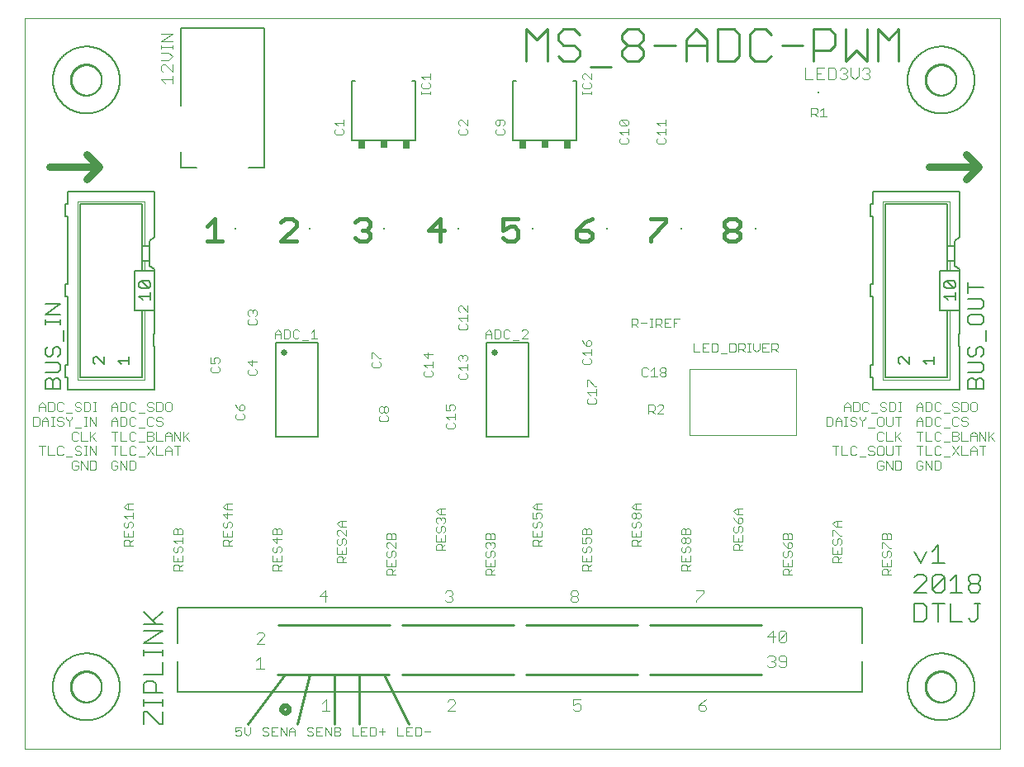
<source format=gto>
G75*
%MOIN*%
%OFA0B0*%
%FSLAX25Y25*%
%IPPOS*%
%LPD*%
%AMOC8*
5,1,8,0,0,1.08239X$1,22.5*
%
%ADD10C,0.00000*%
%ADD11C,0.01100*%
%ADD12C,0.01600*%
%ADD13C,0.00600*%
%ADD14C,0.01000*%
%ADD15C,0.00400*%
%ADD16C,0.00300*%
%ADD17C,0.03000*%
%ADD18C,0.00800*%
%ADD19C,0.02559*%
%ADD20C,0.00500*%
%ADD21C,0.00200*%
%ADD22C,0.00700*%
%ADD23R,0.02992X0.03268*%
%ADD24R,0.02992X0.03583*%
%ADD25R,0.00787X0.00787*%
%ADD26C,0.02000*%
D10*
X0001500Y0001500D02*
X0001500Y0296461D01*
X0395201Y0296461D01*
X0395201Y0001500D01*
X0001500Y0001500D01*
X0020594Y0026500D02*
X0020596Y0026653D01*
X0020602Y0026807D01*
X0020612Y0026960D01*
X0020626Y0027112D01*
X0020644Y0027265D01*
X0020666Y0027416D01*
X0020691Y0027567D01*
X0020721Y0027718D01*
X0020755Y0027868D01*
X0020792Y0028016D01*
X0020833Y0028164D01*
X0020878Y0028310D01*
X0020927Y0028456D01*
X0020980Y0028600D01*
X0021036Y0028742D01*
X0021096Y0028883D01*
X0021160Y0029023D01*
X0021227Y0029161D01*
X0021298Y0029297D01*
X0021373Y0029431D01*
X0021450Y0029563D01*
X0021532Y0029693D01*
X0021616Y0029821D01*
X0021704Y0029947D01*
X0021795Y0030070D01*
X0021889Y0030191D01*
X0021987Y0030309D01*
X0022087Y0030425D01*
X0022191Y0030538D01*
X0022297Y0030649D01*
X0022406Y0030757D01*
X0022518Y0030862D01*
X0022632Y0030963D01*
X0022750Y0031062D01*
X0022869Y0031158D01*
X0022991Y0031251D01*
X0023116Y0031340D01*
X0023243Y0031427D01*
X0023372Y0031509D01*
X0023503Y0031589D01*
X0023636Y0031665D01*
X0023771Y0031738D01*
X0023908Y0031807D01*
X0024047Y0031872D01*
X0024187Y0031934D01*
X0024329Y0031992D01*
X0024472Y0032047D01*
X0024617Y0032098D01*
X0024763Y0032145D01*
X0024910Y0032188D01*
X0025058Y0032227D01*
X0025207Y0032263D01*
X0025357Y0032294D01*
X0025508Y0032322D01*
X0025659Y0032346D01*
X0025812Y0032366D01*
X0025964Y0032382D01*
X0026117Y0032394D01*
X0026270Y0032402D01*
X0026423Y0032406D01*
X0026577Y0032406D01*
X0026730Y0032402D01*
X0026883Y0032394D01*
X0027036Y0032382D01*
X0027188Y0032366D01*
X0027341Y0032346D01*
X0027492Y0032322D01*
X0027643Y0032294D01*
X0027793Y0032263D01*
X0027942Y0032227D01*
X0028090Y0032188D01*
X0028237Y0032145D01*
X0028383Y0032098D01*
X0028528Y0032047D01*
X0028671Y0031992D01*
X0028813Y0031934D01*
X0028953Y0031872D01*
X0029092Y0031807D01*
X0029229Y0031738D01*
X0029364Y0031665D01*
X0029497Y0031589D01*
X0029628Y0031509D01*
X0029757Y0031427D01*
X0029884Y0031340D01*
X0030009Y0031251D01*
X0030131Y0031158D01*
X0030250Y0031062D01*
X0030368Y0030963D01*
X0030482Y0030862D01*
X0030594Y0030757D01*
X0030703Y0030649D01*
X0030809Y0030538D01*
X0030913Y0030425D01*
X0031013Y0030309D01*
X0031111Y0030191D01*
X0031205Y0030070D01*
X0031296Y0029947D01*
X0031384Y0029821D01*
X0031468Y0029693D01*
X0031550Y0029563D01*
X0031627Y0029431D01*
X0031702Y0029297D01*
X0031773Y0029161D01*
X0031840Y0029023D01*
X0031904Y0028883D01*
X0031964Y0028742D01*
X0032020Y0028600D01*
X0032073Y0028456D01*
X0032122Y0028310D01*
X0032167Y0028164D01*
X0032208Y0028016D01*
X0032245Y0027868D01*
X0032279Y0027718D01*
X0032309Y0027567D01*
X0032334Y0027416D01*
X0032356Y0027265D01*
X0032374Y0027112D01*
X0032388Y0026960D01*
X0032398Y0026807D01*
X0032404Y0026653D01*
X0032406Y0026500D01*
X0032404Y0026347D01*
X0032398Y0026193D01*
X0032388Y0026040D01*
X0032374Y0025888D01*
X0032356Y0025735D01*
X0032334Y0025584D01*
X0032309Y0025433D01*
X0032279Y0025282D01*
X0032245Y0025132D01*
X0032208Y0024984D01*
X0032167Y0024836D01*
X0032122Y0024690D01*
X0032073Y0024544D01*
X0032020Y0024400D01*
X0031964Y0024258D01*
X0031904Y0024117D01*
X0031840Y0023977D01*
X0031773Y0023839D01*
X0031702Y0023703D01*
X0031627Y0023569D01*
X0031550Y0023437D01*
X0031468Y0023307D01*
X0031384Y0023179D01*
X0031296Y0023053D01*
X0031205Y0022930D01*
X0031111Y0022809D01*
X0031013Y0022691D01*
X0030913Y0022575D01*
X0030809Y0022462D01*
X0030703Y0022351D01*
X0030594Y0022243D01*
X0030482Y0022138D01*
X0030368Y0022037D01*
X0030250Y0021938D01*
X0030131Y0021842D01*
X0030009Y0021749D01*
X0029884Y0021660D01*
X0029757Y0021573D01*
X0029628Y0021491D01*
X0029497Y0021411D01*
X0029364Y0021335D01*
X0029229Y0021262D01*
X0029092Y0021193D01*
X0028953Y0021128D01*
X0028813Y0021066D01*
X0028671Y0021008D01*
X0028528Y0020953D01*
X0028383Y0020902D01*
X0028237Y0020855D01*
X0028090Y0020812D01*
X0027942Y0020773D01*
X0027793Y0020737D01*
X0027643Y0020706D01*
X0027492Y0020678D01*
X0027341Y0020654D01*
X0027188Y0020634D01*
X0027036Y0020618D01*
X0026883Y0020606D01*
X0026730Y0020598D01*
X0026577Y0020594D01*
X0026423Y0020594D01*
X0026270Y0020598D01*
X0026117Y0020606D01*
X0025964Y0020618D01*
X0025812Y0020634D01*
X0025659Y0020654D01*
X0025508Y0020678D01*
X0025357Y0020706D01*
X0025207Y0020737D01*
X0025058Y0020773D01*
X0024910Y0020812D01*
X0024763Y0020855D01*
X0024617Y0020902D01*
X0024472Y0020953D01*
X0024329Y0021008D01*
X0024187Y0021066D01*
X0024047Y0021128D01*
X0023908Y0021193D01*
X0023771Y0021262D01*
X0023636Y0021335D01*
X0023503Y0021411D01*
X0023372Y0021491D01*
X0023243Y0021573D01*
X0023116Y0021660D01*
X0022991Y0021749D01*
X0022869Y0021842D01*
X0022750Y0021938D01*
X0022632Y0022037D01*
X0022518Y0022138D01*
X0022406Y0022243D01*
X0022297Y0022351D01*
X0022191Y0022462D01*
X0022087Y0022575D01*
X0021987Y0022691D01*
X0021889Y0022809D01*
X0021795Y0022930D01*
X0021704Y0023053D01*
X0021616Y0023179D01*
X0021532Y0023307D01*
X0021450Y0023437D01*
X0021373Y0023569D01*
X0021298Y0023703D01*
X0021227Y0023839D01*
X0021160Y0023977D01*
X0021096Y0024117D01*
X0021036Y0024258D01*
X0020980Y0024400D01*
X0020927Y0024544D01*
X0020878Y0024690D01*
X0020833Y0024836D01*
X0020792Y0024984D01*
X0020755Y0025132D01*
X0020721Y0025282D01*
X0020691Y0025433D01*
X0020666Y0025584D01*
X0020644Y0025735D01*
X0020626Y0025888D01*
X0020612Y0026040D01*
X0020602Y0026193D01*
X0020596Y0026347D01*
X0020594Y0026500D01*
X0020594Y0271500D02*
X0020596Y0271653D01*
X0020602Y0271807D01*
X0020612Y0271960D01*
X0020626Y0272112D01*
X0020644Y0272265D01*
X0020666Y0272416D01*
X0020691Y0272567D01*
X0020721Y0272718D01*
X0020755Y0272868D01*
X0020792Y0273016D01*
X0020833Y0273164D01*
X0020878Y0273310D01*
X0020927Y0273456D01*
X0020980Y0273600D01*
X0021036Y0273742D01*
X0021096Y0273883D01*
X0021160Y0274023D01*
X0021227Y0274161D01*
X0021298Y0274297D01*
X0021373Y0274431D01*
X0021450Y0274563D01*
X0021532Y0274693D01*
X0021616Y0274821D01*
X0021704Y0274947D01*
X0021795Y0275070D01*
X0021889Y0275191D01*
X0021987Y0275309D01*
X0022087Y0275425D01*
X0022191Y0275538D01*
X0022297Y0275649D01*
X0022406Y0275757D01*
X0022518Y0275862D01*
X0022632Y0275963D01*
X0022750Y0276062D01*
X0022869Y0276158D01*
X0022991Y0276251D01*
X0023116Y0276340D01*
X0023243Y0276427D01*
X0023372Y0276509D01*
X0023503Y0276589D01*
X0023636Y0276665D01*
X0023771Y0276738D01*
X0023908Y0276807D01*
X0024047Y0276872D01*
X0024187Y0276934D01*
X0024329Y0276992D01*
X0024472Y0277047D01*
X0024617Y0277098D01*
X0024763Y0277145D01*
X0024910Y0277188D01*
X0025058Y0277227D01*
X0025207Y0277263D01*
X0025357Y0277294D01*
X0025508Y0277322D01*
X0025659Y0277346D01*
X0025812Y0277366D01*
X0025964Y0277382D01*
X0026117Y0277394D01*
X0026270Y0277402D01*
X0026423Y0277406D01*
X0026577Y0277406D01*
X0026730Y0277402D01*
X0026883Y0277394D01*
X0027036Y0277382D01*
X0027188Y0277366D01*
X0027341Y0277346D01*
X0027492Y0277322D01*
X0027643Y0277294D01*
X0027793Y0277263D01*
X0027942Y0277227D01*
X0028090Y0277188D01*
X0028237Y0277145D01*
X0028383Y0277098D01*
X0028528Y0277047D01*
X0028671Y0276992D01*
X0028813Y0276934D01*
X0028953Y0276872D01*
X0029092Y0276807D01*
X0029229Y0276738D01*
X0029364Y0276665D01*
X0029497Y0276589D01*
X0029628Y0276509D01*
X0029757Y0276427D01*
X0029884Y0276340D01*
X0030009Y0276251D01*
X0030131Y0276158D01*
X0030250Y0276062D01*
X0030368Y0275963D01*
X0030482Y0275862D01*
X0030594Y0275757D01*
X0030703Y0275649D01*
X0030809Y0275538D01*
X0030913Y0275425D01*
X0031013Y0275309D01*
X0031111Y0275191D01*
X0031205Y0275070D01*
X0031296Y0274947D01*
X0031384Y0274821D01*
X0031468Y0274693D01*
X0031550Y0274563D01*
X0031627Y0274431D01*
X0031702Y0274297D01*
X0031773Y0274161D01*
X0031840Y0274023D01*
X0031904Y0273883D01*
X0031964Y0273742D01*
X0032020Y0273600D01*
X0032073Y0273456D01*
X0032122Y0273310D01*
X0032167Y0273164D01*
X0032208Y0273016D01*
X0032245Y0272868D01*
X0032279Y0272718D01*
X0032309Y0272567D01*
X0032334Y0272416D01*
X0032356Y0272265D01*
X0032374Y0272112D01*
X0032388Y0271960D01*
X0032398Y0271807D01*
X0032404Y0271653D01*
X0032406Y0271500D01*
X0032404Y0271347D01*
X0032398Y0271193D01*
X0032388Y0271040D01*
X0032374Y0270888D01*
X0032356Y0270735D01*
X0032334Y0270584D01*
X0032309Y0270433D01*
X0032279Y0270282D01*
X0032245Y0270132D01*
X0032208Y0269984D01*
X0032167Y0269836D01*
X0032122Y0269690D01*
X0032073Y0269544D01*
X0032020Y0269400D01*
X0031964Y0269258D01*
X0031904Y0269117D01*
X0031840Y0268977D01*
X0031773Y0268839D01*
X0031702Y0268703D01*
X0031627Y0268569D01*
X0031550Y0268437D01*
X0031468Y0268307D01*
X0031384Y0268179D01*
X0031296Y0268053D01*
X0031205Y0267930D01*
X0031111Y0267809D01*
X0031013Y0267691D01*
X0030913Y0267575D01*
X0030809Y0267462D01*
X0030703Y0267351D01*
X0030594Y0267243D01*
X0030482Y0267138D01*
X0030368Y0267037D01*
X0030250Y0266938D01*
X0030131Y0266842D01*
X0030009Y0266749D01*
X0029884Y0266660D01*
X0029757Y0266573D01*
X0029628Y0266491D01*
X0029497Y0266411D01*
X0029364Y0266335D01*
X0029229Y0266262D01*
X0029092Y0266193D01*
X0028953Y0266128D01*
X0028813Y0266066D01*
X0028671Y0266008D01*
X0028528Y0265953D01*
X0028383Y0265902D01*
X0028237Y0265855D01*
X0028090Y0265812D01*
X0027942Y0265773D01*
X0027793Y0265737D01*
X0027643Y0265706D01*
X0027492Y0265678D01*
X0027341Y0265654D01*
X0027188Y0265634D01*
X0027036Y0265618D01*
X0026883Y0265606D01*
X0026730Y0265598D01*
X0026577Y0265594D01*
X0026423Y0265594D01*
X0026270Y0265598D01*
X0026117Y0265606D01*
X0025964Y0265618D01*
X0025812Y0265634D01*
X0025659Y0265654D01*
X0025508Y0265678D01*
X0025357Y0265706D01*
X0025207Y0265737D01*
X0025058Y0265773D01*
X0024910Y0265812D01*
X0024763Y0265855D01*
X0024617Y0265902D01*
X0024472Y0265953D01*
X0024329Y0266008D01*
X0024187Y0266066D01*
X0024047Y0266128D01*
X0023908Y0266193D01*
X0023771Y0266262D01*
X0023636Y0266335D01*
X0023503Y0266411D01*
X0023372Y0266491D01*
X0023243Y0266573D01*
X0023116Y0266660D01*
X0022991Y0266749D01*
X0022869Y0266842D01*
X0022750Y0266938D01*
X0022632Y0267037D01*
X0022518Y0267138D01*
X0022406Y0267243D01*
X0022297Y0267351D01*
X0022191Y0267462D01*
X0022087Y0267575D01*
X0021987Y0267691D01*
X0021889Y0267809D01*
X0021795Y0267930D01*
X0021704Y0268053D01*
X0021616Y0268179D01*
X0021532Y0268307D01*
X0021450Y0268437D01*
X0021373Y0268569D01*
X0021298Y0268703D01*
X0021227Y0268839D01*
X0021160Y0268977D01*
X0021096Y0269117D01*
X0021036Y0269258D01*
X0020980Y0269400D01*
X0020927Y0269544D01*
X0020878Y0269690D01*
X0020833Y0269836D01*
X0020792Y0269984D01*
X0020755Y0270132D01*
X0020721Y0270282D01*
X0020691Y0270433D01*
X0020666Y0270584D01*
X0020644Y0270735D01*
X0020626Y0270888D01*
X0020612Y0271040D01*
X0020602Y0271193D01*
X0020596Y0271347D01*
X0020594Y0271500D01*
X0365594Y0271500D02*
X0365596Y0271653D01*
X0365602Y0271807D01*
X0365612Y0271960D01*
X0365626Y0272112D01*
X0365644Y0272265D01*
X0365666Y0272416D01*
X0365691Y0272567D01*
X0365721Y0272718D01*
X0365755Y0272868D01*
X0365792Y0273016D01*
X0365833Y0273164D01*
X0365878Y0273310D01*
X0365927Y0273456D01*
X0365980Y0273600D01*
X0366036Y0273742D01*
X0366096Y0273883D01*
X0366160Y0274023D01*
X0366227Y0274161D01*
X0366298Y0274297D01*
X0366373Y0274431D01*
X0366450Y0274563D01*
X0366532Y0274693D01*
X0366616Y0274821D01*
X0366704Y0274947D01*
X0366795Y0275070D01*
X0366889Y0275191D01*
X0366987Y0275309D01*
X0367087Y0275425D01*
X0367191Y0275538D01*
X0367297Y0275649D01*
X0367406Y0275757D01*
X0367518Y0275862D01*
X0367632Y0275963D01*
X0367750Y0276062D01*
X0367869Y0276158D01*
X0367991Y0276251D01*
X0368116Y0276340D01*
X0368243Y0276427D01*
X0368372Y0276509D01*
X0368503Y0276589D01*
X0368636Y0276665D01*
X0368771Y0276738D01*
X0368908Y0276807D01*
X0369047Y0276872D01*
X0369187Y0276934D01*
X0369329Y0276992D01*
X0369472Y0277047D01*
X0369617Y0277098D01*
X0369763Y0277145D01*
X0369910Y0277188D01*
X0370058Y0277227D01*
X0370207Y0277263D01*
X0370357Y0277294D01*
X0370508Y0277322D01*
X0370659Y0277346D01*
X0370812Y0277366D01*
X0370964Y0277382D01*
X0371117Y0277394D01*
X0371270Y0277402D01*
X0371423Y0277406D01*
X0371577Y0277406D01*
X0371730Y0277402D01*
X0371883Y0277394D01*
X0372036Y0277382D01*
X0372188Y0277366D01*
X0372341Y0277346D01*
X0372492Y0277322D01*
X0372643Y0277294D01*
X0372793Y0277263D01*
X0372942Y0277227D01*
X0373090Y0277188D01*
X0373237Y0277145D01*
X0373383Y0277098D01*
X0373528Y0277047D01*
X0373671Y0276992D01*
X0373813Y0276934D01*
X0373953Y0276872D01*
X0374092Y0276807D01*
X0374229Y0276738D01*
X0374364Y0276665D01*
X0374497Y0276589D01*
X0374628Y0276509D01*
X0374757Y0276427D01*
X0374884Y0276340D01*
X0375009Y0276251D01*
X0375131Y0276158D01*
X0375250Y0276062D01*
X0375368Y0275963D01*
X0375482Y0275862D01*
X0375594Y0275757D01*
X0375703Y0275649D01*
X0375809Y0275538D01*
X0375913Y0275425D01*
X0376013Y0275309D01*
X0376111Y0275191D01*
X0376205Y0275070D01*
X0376296Y0274947D01*
X0376384Y0274821D01*
X0376468Y0274693D01*
X0376550Y0274563D01*
X0376627Y0274431D01*
X0376702Y0274297D01*
X0376773Y0274161D01*
X0376840Y0274023D01*
X0376904Y0273883D01*
X0376964Y0273742D01*
X0377020Y0273600D01*
X0377073Y0273456D01*
X0377122Y0273310D01*
X0377167Y0273164D01*
X0377208Y0273016D01*
X0377245Y0272868D01*
X0377279Y0272718D01*
X0377309Y0272567D01*
X0377334Y0272416D01*
X0377356Y0272265D01*
X0377374Y0272112D01*
X0377388Y0271960D01*
X0377398Y0271807D01*
X0377404Y0271653D01*
X0377406Y0271500D01*
X0377404Y0271347D01*
X0377398Y0271193D01*
X0377388Y0271040D01*
X0377374Y0270888D01*
X0377356Y0270735D01*
X0377334Y0270584D01*
X0377309Y0270433D01*
X0377279Y0270282D01*
X0377245Y0270132D01*
X0377208Y0269984D01*
X0377167Y0269836D01*
X0377122Y0269690D01*
X0377073Y0269544D01*
X0377020Y0269400D01*
X0376964Y0269258D01*
X0376904Y0269117D01*
X0376840Y0268977D01*
X0376773Y0268839D01*
X0376702Y0268703D01*
X0376627Y0268569D01*
X0376550Y0268437D01*
X0376468Y0268307D01*
X0376384Y0268179D01*
X0376296Y0268053D01*
X0376205Y0267930D01*
X0376111Y0267809D01*
X0376013Y0267691D01*
X0375913Y0267575D01*
X0375809Y0267462D01*
X0375703Y0267351D01*
X0375594Y0267243D01*
X0375482Y0267138D01*
X0375368Y0267037D01*
X0375250Y0266938D01*
X0375131Y0266842D01*
X0375009Y0266749D01*
X0374884Y0266660D01*
X0374757Y0266573D01*
X0374628Y0266491D01*
X0374497Y0266411D01*
X0374364Y0266335D01*
X0374229Y0266262D01*
X0374092Y0266193D01*
X0373953Y0266128D01*
X0373813Y0266066D01*
X0373671Y0266008D01*
X0373528Y0265953D01*
X0373383Y0265902D01*
X0373237Y0265855D01*
X0373090Y0265812D01*
X0372942Y0265773D01*
X0372793Y0265737D01*
X0372643Y0265706D01*
X0372492Y0265678D01*
X0372341Y0265654D01*
X0372188Y0265634D01*
X0372036Y0265618D01*
X0371883Y0265606D01*
X0371730Y0265598D01*
X0371577Y0265594D01*
X0371423Y0265594D01*
X0371270Y0265598D01*
X0371117Y0265606D01*
X0370964Y0265618D01*
X0370812Y0265634D01*
X0370659Y0265654D01*
X0370508Y0265678D01*
X0370357Y0265706D01*
X0370207Y0265737D01*
X0370058Y0265773D01*
X0369910Y0265812D01*
X0369763Y0265855D01*
X0369617Y0265902D01*
X0369472Y0265953D01*
X0369329Y0266008D01*
X0369187Y0266066D01*
X0369047Y0266128D01*
X0368908Y0266193D01*
X0368771Y0266262D01*
X0368636Y0266335D01*
X0368503Y0266411D01*
X0368372Y0266491D01*
X0368243Y0266573D01*
X0368116Y0266660D01*
X0367991Y0266749D01*
X0367869Y0266842D01*
X0367750Y0266938D01*
X0367632Y0267037D01*
X0367518Y0267138D01*
X0367406Y0267243D01*
X0367297Y0267351D01*
X0367191Y0267462D01*
X0367087Y0267575D01*
X0366987Y0267691D01*
X0366889Y0267809D01*
X0366795Y0267930D01*
X0366704Y0268053D01*
X0366616Y0268179D01*
X0366532Y0268307D01*
X0366450Y0268437D01*
X0366373Y0268569D01*
X0366298Y0268703D01*
X0366227Y0268839D01*
X0366160Y0268977D01*
X0366096Y0269117D01*
X0366036Y0269258D01*
X0365980Y0269400D01*
X0365927Y0269544D01*
X0365878Y0269690D01*
X0365833Y0269836D01*
X0365792Y0269984D01*
X0365755Y0270132D01*
X0365721Y0270282D01*
X0365691Y0270433D01*
X0365666Y0270584D01*
X0365644Y0270735D01*
X0365626Y0270888D01*
X0365612Y0271040D01*
X0365602Y0271193D01*
X0365596Y0271347D01*
X0365594Y0271500D01*
X0365594Y0026500D02*
X0365596Y0026653D01*
X0365602Y0026807D01*
X0365612Y0026960D01*
X0365626Y0027112D01*
X0365644Y0027265D01*
X0365666Y0027416D01*
X0365691Y0027567D01*
X0365721Y0027718D01*
X0365755Y0027868D01*
X0365792Y0028016D01*
X0365833Y0028164D01*
X0365878Y0028310D01*
X0365927Y0028456D01*
X0365980Y0028600D01*
X0366036Y0028742D01*
X0366096Y0028883D01*
X0366160Y0029023D01*
X0366227Y0029161D01*
X0366298Y0029297D01*
X0366373Y0029431D01*
X0366450Y0029563D01*
X0366532Y0029693D01*
X0366616Y0029821D01*
X0366704Y0029947D01*
X0366795Y0030070D01*
X0366889Y0030191D01*
X0366987Y0030309D01*
X0367087Y0030425D01*
X0367191Y0030538D01*
X0367297Y0030649D01*
X0367406Y0030757D01*
X0367518Y0030862D01*
X0367632Y0030963D01*
X0367750Y0031062D01*
X0367869Y0031158D01*
X0367991Y0031251D01*
X0368116Y0031340D01*
X0368243Y0031427D01*
X0368372Y0031509D01*
X0368503Y0031589D01*
X0368636Y0031665D01*
X0368771Y0031738D01*
X0368908Y0031807D01*
X0369047Y0031872D01*
X0369187Y0031934D01*
X0369329Y0031992D01*
X0369472Y0032047D01*
X0369617Y0032098D01*
X0369763Y0032145D01*
X0369910Y0032188D01*
X0370058Y0032227D01*
X0370207Y0032263D01*
X0370357Y0032294D01*
X0370508Y0032322D01*
X0370659Y0032346D01*
X0370812Y0032366D01*
X0370964Y0032382D01*
X0371117Y0032394D01*
X0371270Y0032402D01*
X0371423Y0032406D01*
X0371577Y0032406D01*
X0371730Y0032402D01*
X0371883Y0032394D01*
X0372036Y0032382D01*
X0372188Y0032366D01*
X0372341Y0032346D01*
X0372492Y0032322D01*
X0372643Y0032294D01*
X0372793Y0032263D01*
X0372942Y0032227D01*
X0373090Y0032188D01*
X0373237Y0032145D01*
X0373383Y0032098D01*
X0373528Y0032047D01*
X0373671Y0031992D01*
X0373813Y0031934D01*
X0373953Y0031872D01*
X0374092Y0031807D01*
X0374229Y0031738D01*
X0374364Y0031665D01*
X0374497Y0031589D01*
X0374628Y0031509D01*
X0374757Y0031427D01*
X0374884Y0031340D01*
X0375009Y0031251D01*
X0375131Y0031158D01*
X0375250Y0031062D01*
X0375368Y0030963D01*
X0375482Y0030862D01*
X0375594Y0030757D01*
X0375703Y0030649D01*
X0375809Y0030538D01*
X0375913Y0030425D01*
X0376013Y0030309D01*
X0376111Y0030191D01*
X0376205Y0030070D01*
X0376296Y0029947D01*
X0376384Y0029821D01*
X0376468Y0029693D01*
X0376550Y0029563D01*
X0376627Y0029431D01*
X0376702Y0029297D01*
X0376773Y0029161D01*
X0376840Y0029023D01*
X0376904Y0028883D01*
X0376964Y0028742D01*
X0377020Y0028600D01*
X0377073Y0028456D01*
X0377122Y0028310D01*
X0377167Y0028164D01*
X0377208Y0028016D01*
X0377245Y0027868D01*
X0377279Y0027718D01*
X0377309Y0027567D01*
X0377334Y0027416D01*
X0377356Y0027265D01*
X0377374Y0027112D01*
X0377388Y0026960D01*
X0377398Y0026807D01*
X0377404Y0026653D01*
X0377406Y0026500D01*
X0377404Y0026347D01*
X0377398Y0026193D01*
X0377388Y0026040D01*
X0377374Y0025888D01*
X0377356Y0025735D01*
X0377334Y0025584D01*
X0377309Y0025433D01*
X0377279Y0025282D01*
X0377245Y0025132D01*
X0377208Y0024984D01*
X0377167Y0024836D01*
X0377122Y0024690D01*
X0377073Y0024544D01*
X0377020Y0024400D01*
X0376964Y0024258D01*
X0376904Y0024117D01*
X0376840Y0023977D01*
X0376773Y0023839D01*
X0376702Y0023703D01*
X0376627Y0023569D01*
X0376550Y0023437D01*
X0376468Y0023307D01*
X0376384Y0023179D01*
X0376296Y0023053D01*
X0376205Y0022930D01*
X0376111Y0022809D01*
X0376013Y0022691D01*
X0375913Y0022575D01*
X0375809Y0022462D01*
X0375703Y0022351D01*
X0375594Y0022243D01*
X0375482Y0022138D01*
X0375368Y0022037D01*
X0375250Y0021938D01*
X0375131Y0021842D01*
X0375009Y0021749D01*
X0374884Y0021660D01*
X0374757Y0021573D01*
X0374628Y0021491D01*
X0374497Y0021411D01*
X0374364Y0021335D01*
X0374229Y0021262D01*
X0374092Y0021193D01*
X0373953Y0021128D01*
X0373813Y0021066D01*
X0373671Y0021008D01*
X0373528Y0020953D01*
X0373383Y0020902D01*
X0373237Y0020855D01*
X0373090Y0020812D01*
X0372942Y0020773D01*
X0372793Y0020737D01*
X0372643Y0020706D01*
X0372492Y0020678D01*
X0372341Y0020654D01*
X0372188Y0020634D01*
X0372036Y0020618D01*
X0371883Y0020606D01*
X0371730Y0020598D01*
X0371577Y0020594D01*
X0371423Y0020594D01*
X0371270Y0020598D01*
X0371117Y0020606D01*
X0370964Y0020618D01*
X0370812Y0020634D01*
X0370659Y0020654D01*
X0370508Y0020678D01*
X0370357Y0020706D01*
X0370207Y0020737D01*
X0370058Y0020773D01*
X0369910Y0020812D01*
X0369763Y0020855D01*
X0369617Y0020902D01*
X0369472Y0020953D01*
X0369329Y0021008D01*
X0369187Y0021066D01*
X0369047Y0021128D01*
X0368908Y0021193D01*
X0368771Y0021262D01*
X0368636Y0021335D01*
X0368503Y0021411D01*
X0368372Y0021491D01*
X0368243Y0021573D01*
X0368116Y0021660D01*
X0367991Y0021749D01*
X0367869Y0021842D01*
X0367750Y0021938D01*
X0367632Y0022037D01*
X0367518Y0022138D01*
X0367406Y0022243D01*
X0367297Y0022351D01*
X0367191Y0022462D01*
X0367087Y0022575D01*
X0366987Y0022691D01*
X0366889Y0022809D01*
X0366795Y0022930D01*
X0366704Y0023053D01*
X0366616Y0023179D01*
X0366532Y0023307D01*
X0366450Y0023437D01*
X0366373Y0023569D01*
X0366298Y0023703D01*
X0366227Y0023839D01*
X0366160Y0023977D01*
X0366096Y0024117D01*
X0366036Y0024258D01*
X0365980Y0024400D01*
X0365927Y0024544D01*
X0365878Y0024690D01*
X0365833Y0024836D01*
X0365792Y0024984D01*
X0365755Y0025132D01*
X0365721Y0025282D01*
X0365691Y0025433D01*
X0365666Y0025584D01*
X0365644Y0025735D01*
X0365626Y0025888D01*
X0365612Y0026040D01*
X0365602Y0026193D01*
X0365596Y0026347D01*
X0365594Y0026500D01*
D11*
X0238439Y0276898D02*
X0229832Y0276898D01*
X0225548Y0281202D02*
X0223397Y0279050D01*
X0219093Y0279050D01*
X0216941Y0281202D01*
X0212657Y0279050D02*
X0212657Y0291961D01*
X0208354Y0287657D01*
X0204050Y0291961D01*
X0204050Y0279050D01*
X0216941Y0287657D02*
X0219093Y0285506D01*
X0223397Y0285506D01*
X0225548Y0283354D01*
X0225548Y0281202D01*
X0216941Y0287657D02*
X0216941Y0289809D01*
X0219093Y0291961D01*
X0223397Y0291961D01*
X0225548Y0289809D01*
X0242723Y0289809D02*
X0242723Y0287657D01*
X0244875Y0285506D01*
X0249179Y0285506D01*
X0251330Y0283354D01*
X0251330Y0281202D01*
X0249179Y0279050D01*
X0244875Y0279050D01*
X0242723Y0281202D01*
X0242723Y0283354D01*
X0244875Y0285506D01*
X0249179Y0285506D02*
X0251330Y0287657D01*
X0251330Y0289809D01*
X0249179Y0291961D01*
X0244875Y0291961D01*
X0242723Y0289809D01*
X0255614Y0285506D02*
X0264221Y0285506D01*
X0268505Y0285506D02*
X0277112Y0285506D01*
X0277112Y0287657D02*
X0277112Y0279050D01*
X0281396Y0279050D02*
X0287852Y0279050D01*
X0290003Y0281202D01*
X0290003Y0289809D01*
X0287852Y0291961D01*
X0281396Y0291961D01*
X0281396Y0279050D01*
X0277112Y0287657D02*
X0272809Y0291961D01*
X0268505Y0287657D01*
X0268505Y0279050D01*
X0294287Y0281202D02*
X0296439Y0279050D01*
X0300743Y0279050D01*
X0302894Y0281202D01*
X0307178Y0285506D02*
X0315785Y0285506D01*
X0320069Y0283354D02*
X0326525Y0283354D01*
X0328676Y0285506D01*
X0328676Y0289809D01*
X0326525Y0291961D01*
X0320069Y0291961D01*
X0320069Y0279050D01*
X0332960Y0279050D02*
X0337264Y0283354D01*
X0341567Y0279050D01*
X0341567Y0291961D01*
X0345851Y0291961D02*
X0350155Y0287657D01*
X0354458Y0291961D01*
X0354458Y0279050D01*
X0345851Y0279050D02*
X0345851Y0291961D01*
X0332960Y0291961D02*
X0332960Y0279050D01*
X0302894Y0289809D02*
X0300743Y0291961D01*
X0296439Y0291961D01*
X0294287Y0289809D01*
X0294287Y0281202D01*
D12*
X0288738Y0215508D02*
X0285669Y0215508D01*
X0284134Y0213973D01*
X0284134Y0212439D01*
X0285669Y0210904D01*
X0288738Y0210904D01*
X0290273Y0209369D01*
X0290273Y0207835D01*
X0288738Y0206300D01*
X0285669Y0206300D01*
X0284134Y0207835D01*
X0284134Y0209369D01*
X0285669Y0210904D01*
X0288738Y0210904D02*
X0290273Y0212439D01*
X0290273Y0213973D01*
X0288738Y0215508D01*
X0260439Y0215508D02*
X0260439Y0213973D01*
X0254301Y0207835D01*
X0254301Y0206300D01*
X0254301Y0215508D02*
X0260439Y0215508D01*
X0230606Y0215508D02*
X0227537Y0213973D01*
X0224467Y0210904D01*
X0229071Y0210904D01*
X0230606Y0209369D01*
X0230606Y0207835D01*
X0229071Y0206300D01*
X0226002Y0206300D01*
X0224467Y0207835D01*
X0224467Y0210904D01*
X0200772Y0210904D02*
X0200772Y0207835D01*
X0199238Y0206300D01*
X0196168Y0206300D01*
X0194634Y0207835D01*
X0194634Y0210904D02*
X0197703Y0212439D01*
X0199238Y0212439D01*
X0200772Y0210904D01*
X0200772Y0215508D02*
X0194634Y0215508D01*
X0194634Y0210904D01*
X0170939Y0210904D02*
X0164800Y0210904D01*
X0169404Y0215508D01*
X0169404Y0206300D01*
X0141105Y0207835D02*
X0139571Y0206300D01*
X0136502Y0206300D01*
X0134967Y0207835D01*
X0138036Y0210904D02*
X0139571Y0210904D01*
X0141105Y0209369D01*
X0141105Y0207835D01*
X0139571Y0210904D02*
X0141105Y0212439D01*
X0141105Y0213973D01*
X0139571Y0215508D01*
X0136502Y0215508D01*
X0134967Y0213973D01*
X0111272Y0213973D02*
X0109737Y0215508D01*
X0106668Y0215508D01*
X0105133Y0213973D01*
X0111272Y0213973D02*
X0111272Y0212439D01*
X0105133Y0206300D01*
X0111272Y0206300D01*
X0081439Y0206300D02*
X0075300Y0206300D01*
X0078369Y0206300D02*
X0078369Y0215508D01*
X0075300Y0212439D01*
D13*
X0013000Y0271500D02*
X0013004Y0271831D01*
X0013016Y0272162D01*
X0013037Y0272493D01*
X0013065Y0272823D01*
X0013102Y0273153D01*
X0013146Y0273481D01*
X0013199Y0273808D01*
X0013259Y0274134D01*
X0013328Y0274458D01*
X0013405Y0274780D01*
X0013489Y0275101D01*
X0013581Y0275419D01*
X0013681Y0275735D01*
X0013789Y0276048D01*
X0013905Y0276359D01*
X0014028Y0276666D01*
X0014158Y0276971D01*
X0014296Y0277272D01*
X0014441Y0277570D01*
X0014594Y0277864D01*
X0014754Y0278154D01*
X0014921Y0278440D01*
X0015094Y0278722D01*
X0015275Y0279000D01*
X0015463Y0279273D01*
X0015657Y0279542D01*
X0015857Y0279806D01*
X0016064Y0280064D01*
X0016278Y0280318D01*
X0016497Y0280566D01*
X0016723Y0280809D01*
X0016954Y0281046D01*
X0017191Y0281277D01*
X0017434Y0281503D01*
X0017682Y0281722D01*
X0017936Y0281936D01*
X0018194Y0282143D01*
X0018458Y0282343D01*
X0018727Y0282537D01*
X0019000Y0282725D01*
X0019278Y0282906D01*
X0019560Y0283079D01*
X0019846Y0283246D01*
X0020136Y0283406D01*
X0020430Y0283559D01*
X0020728Y0283704D01*
X0021029Y0283842D01*
X0021334Y0283972D01*
X0021641Y0284095D01*
X0021952Y0284211D01*
X0022265Y0284319D01*
X0022581Y0284419D01*
X0022899Y0284511D01*
X0023220Y0284595D01*
X0023542Y0284672D01*
X0023866Y0284741D01*
X0024192Y0284801D01*
X0024519Y0284854D01*
X0024847Y0284898D01*
X0025177Y0284935D01*
X0025507Y0284963D01*
X0025838Y0284984D01*
X0026169Y0284996D01*
X0026500Y0285000D01*
X0026831Y0284996D01*
X0027162Y0284984D01*
X0027493Y0284963D01*
X0027823Y0284935D01*
X0028153Y0284898D01*
X0028481Y0284854D01*
X0028808Y0284801D01*
X0029134Y0284741D01*
X0029458Y0284672D01*
X0029780Y0284595D01*
X0030101Y0284511D01*
X0030419Y0284419D01*
X0030735Y0284319D01*
X0031048Y0284211D01*
X0031359Y0284095D01*
X0031666Y0283972D01*
X0031971Y0283842D01*
X0032272Y0283704D01*
X0032570Y0283559D01*
X0032864Y0283406D01*
X0033154Y0283246D01*
X0033440Y0283079D01*
X0033722Y0282906D01*
X0034000Y0282725D01*
X0034273Y0282537D01*
X0034542Y0282343D01*
X0034806Y0282143D01*
X0035064Y0281936D01*
X0035318Y0281722D01*
X0035566Y0281503D01*
X0035809Y0281277D01*
X0036046Y0281046D01*
X0036277Y0280809D01*
X0036503Y0280566D01*
X0036722Y0280318D01*
X0036936Y0280064D01*
X0037143Y0279806D01*
X0037343Y0279542D01*
X0037537Y0279273D01*
X0037725Y0279000D01*
X0037906Y0278722D01*
X0038079Y0278440D01*
X0038246Y0278154D01*
X0038406Y0277864D01*
X0038559Y0277570D01*
X0038704Y0277272D01*
X0038842Y0276971D01*
X0038972Y0276666D01*
X0039095Y0276359D01*
X0039211Y0276048D01*
X0039319Y0275735D01*
X0039419Y0275419D01*
X0039511Y0275101D01*
X0039595Y0274780D01*
X0039672Y0274458D01*
X0039741Y0274134D01*
X0039801Y0273808D01*
X0039854Y0273481D01*
X0039898Y0273153D01*
X0039935Y0272823D01*
X0039963Y0272493D01*
X0039984Y0272162D01*
X0039996Y0271831D01*
X0040000Y0271500D01*
X0039996Y0271169D01*
X0039984Y0270838D01*
X0039963Y0270507D01*
X0039935Y0270177D01*
X0039898Y0269847D01*
X0039854Y0269519D01*
X0039801Y0269192D01*
X0039741Y0268866D01*
X0039672Y0268542D01*
X0039595Y0268220D01*
X0039511Y0267899D01*
X0039419Y0267581D01*
X0039319Y0267265D01*
X0039211Y0266952D01*
X0039095Y0266641D01*
X0038972Y0266334D01*
X0038842Y0266029D01*
X0038704Y0265728D01*
X0038559Y0265430D01*
X0038406Y0265136D01*
X0038246Y0264846D01*
X0038079Y0264560D01*
X0037906Y0264278D01*
X0037725Y0264000D01*
X0037537Y0263727D01*
X0037343Y0263458D01*
X0037143Y0263194D01*
X0036936Y0262936D01*
X0036722Y0262682D01*
X0036503Y0262434D01*
X0036277Y0262191D01*
X0036046Y0261954D01*
X0035809Y0261723D01*
X0035566Y0261497D01*
X0035318Y0261278D01*
X0035064Y0261064D01*
X0034806Y0260857D01*
X0034542Y0260657D01*
X0034273Y0260463D01*
X0034000Y0260275D01*
X0033722Y0260094D01*
X0033440Y0259921D01*
X0033154Y0259754D01*
X0032864Y0259594D01*
X0032570Y0259441D01*
X0032272Y0259296D01*
X0031971Y0259158D01*
X0031666Y0259028D01*
X0031359Y0258905D01*
X0031048Y0258789D01*
X0030735Y0258681D01*
X0030419Y0258581D01*
X0030101Y0258489D01*
X0029780Y0258405D01*
X0029458Y0258328D01*
X0029134Y0258259D01*
X0028808Y0258199D01*
X0028481Y0258146D01*
X0028153Y0258102D01*
X0027823Y0258065D01*
X0027493Y0258037D01*
X0027162Y0258016D01*
X0026831Y0258004D01*
X0026500Y0258000D01*
X0026169Y0258004D01*
X0025838Y0258016D01*
X0025507Y0258037D01*
X0025177Y0258065D01*
X0024847Y0258102D01*
X0024519Y0258146D01*
X0024192Y0258199D01*
X0023866Y0258259D01*
X0023542Y0258328D01*
X0023220Y0258405D01*
X0022899Y0258489D01*
X0022581Y0258581D01*
X0022265Y0258681D01*
X0021952Y0258789D01*
X0021641Y0258905D01*
X0021334Y0259028D01*
X0021029Y0259158D01*
X0020728Y0259296D01*
X0020430Y0259441D01*
X0020136Y0259594D01*
X0019846Y0259754D01*
X0019560Y0259921D01*
X0019278Y0260094D01*
X0019000Y0260275D01*
X0018727Y0260463D01*
X0018458Y0260657D01*
X0018194Y0260857D01*
X0017936Y0261064D01*
X0017682Y0261278D01*
X0017434Y0261497D01*
X0017191Y0261723D01*
X0016954Y0261954D01*
X0016723Y0262191D01*
X0016497Y0262434D01*
X0016278Y0262682D01*
X0016064Y0262936D01*
X0015857Y0263194D01*
X0015657Y0263458D01*
X0015463Y0263727D01*
X0015275Y0264000D01*
X0015094Y0264278D01*
X0014921Y0264560D01*
X0014754Y0264846D01*
X0014594Y0265136D01*
X0014441Y0265430D01*
X0014296Y0265728D01*
X0014158Y0266029D01*
X0014028Y0266334D01*
X0013905Y0266641D01*
X0013789Y0266952D01*
X0013681Y0267265D01*
X0013581Y0267581D01*
X0013489Y0267899D01*
X0013405Y0268220D01*
X0013328Y0268542D01*
X0013259Y0268866D01*
X0013199Y0269192D01*
X0013146Y0269519D01*
X0013102Y0269847D01*
X0013065Y0270177D01*
X0013037Y0270507D01*
X0013016Y0270838D01*
X0013004Y0271169D01*
X0013000Y0271500D01*
X0063300Y0058500D02*
X0063300Y0044100D01*
X0063300Y0036900D02*
X0063300Y0024600D01*
X0339700Y0024600D01*
X0339700Y0036900D01*
X0339700Y0044100D02*
X0339700Y0058500D01*
X0063300Y0058500D01*
X0013000Y0026500D02*
X0013004Y0026831D01*
X0013016Y0027162D01*
X0013037Y0027493D01*
X0013065Y0027823D01*
X0013102Y0028153D01*
X0013146Y0028481D01*
X0013199Y0028808D01*
X0013259Y0029134D01*
X0013328Y0029458D01*
X0013405Y0029780D01*
X0013489Y0030101D01*
X0013581Y0030419D01*
X0013681Y0030735D01*
X0013789Y0031048D01*
X0013905Y0031359D01*
X0014028Y0031666D01*
X0014158Y0031971D01*
X0014296Y0032272D01*
X0014441Y0032570D01*
X0014594Y0032864D01*
X0014754Y0033154D01*
X0014921Y0033440D01*
X0015094Y0033722D01*
X0015275Y0034000D01*
X0015463Y0034273D01*
X0015657Y0034542D01*
X0015857Y0034806D01*
X0016064Y0035064D01*
X0016278Y0035318D01*
X0016497Y0035566D01*
X0016723Y0035809D01*
X0016954Y0036046D01*
X0017191Y0036277D01*
X0017434Y0036503D01*
X0017682Y0036722D01*
X0017936Y0036936D01*
X0018194Y0037143D01*
X0018458Y0037343D01*
X0018727Y0037537D01*
X0019000Y0037725D01*
X0019278Y0037906D01*
X0019560Y0038079D01*
X0019846Y0038246D01*
X0020136Y0038406D01*
X0020430Y0038559D01*
X0020728Y0038704D01*
X0021029Y0038842D01*
X0021334Y0038972D01*
X0021641Y0039095D01*
X0021952Y0039211D01*
X0022265Y0039319D01*
X0022581Y0039419D01*
X0022899Y0039511D01*
X0023220Y0039595D01*
X0023542Y0039672D01*
X0023866Y0039741D01*
X0024192Y0039801D01*
X0024519Y0039854D01*
X0024847Y0039898D01*
X0025177Y0039935D01*
X0025507Y0039963D01*
X0025838Y0039984D01*
X0026169Y0039996D01*
X0026500Y0040000D01*
X0026831Y0039996D01*
X0027162Y0039984D01*
X0027493Y0039963D01*
X0027823Y0039935D01*
X0028153Y0039898D01*
X0028481Y0039854D01*
X0028808Y0039801D01*
X0029134Y0039741D01*
X0029458Y0039672D01*
X0029780Y0039595D01*
X0030101Y0039511D01*
X0030419Y0039419D01*
X0030735Y0039319D01*
X0031048Y0039211D01*
X0031359Y0039095D01*
X0031666Y0038972D01*
X0031971Y0038842D01*
X0032272Y0038704D01*
X0032570Y0038559D01*
X0032864Y0038406D01*
X0033154Y0038246D01*
X0033440Y0038079D01*
X0033722Y0037906D01*
X0034000Y0037725D01*
X0034273Y0037537D01*
X0034542Y0037343D01*
X0034806Y0037143D01*
X0035064Y0036936D01*
X0035318Y0036722D01*
X0035566Y0036503D01*
X0035809Y0036277D01*
X0036046Y0036046D01*
X0036277Y0035809D01*
X0036503Y0035566D01*
X0036722Y0035318D01*
X0036936Y0035064D01*
X0037143Y0034806D01*
X0037343Y0034542D01*
X0037537Y0034273D01*
X0037725Y0034000D01*
X0037906Y0033722D01*
X0038079Y0033440D01*
X0038246Y0033154D01*
X0038406Y0032864D01*
X0038559Y0032570D01*
X0038704Y0032272D01*
X0038842Y0031971D01*
X0038972Y0031666D01*
X0039095Y0031359D01*
X0039211Y0031048D01*
X0039319Y0030735D01*
X0039419Y0030419D01*
X0039511Y0030101D01*
X0039595Y0029780D01*
X0039672Y0029458D01*
X0039741Y0029134D01*
X0039801Y0028808D01*
X0039854Y0028481D01*
X0039898Y0028153D01*
X0039935Y0027823D01*
X0039963Y0027493D01*
X0039984Y0027162D01*
X0039996Y0026831D01*
X0040000Y0026500D01*
X0039996Y0026169D01*
X0039984Y0025838D01*
X0039963Y0025507D01*
X0039935Y0025177D01*
X0039898Y0024847D01*
X0039854Y0024519D01*
X0039801Y0024192D01*
X0039741Y0023866D01*
X0039672Y0023542D01*
X0039595Y0023220D01*
X0039511Y0022899D01*
X0039419Y0022581D01*
X0039319Y0022265D01*
X0039211Y0021952D01*
X0039095Y0021641D01*
X0038972Y0021334D01*
X0038842Y0021029D01*
X0038704Y0020728D01*
X0038559Y0020430D01*
X0038406Y0020136D01*
X0038246Y0019846D01*
X0038079Y0019560D01*
X0037906Y0019278D01*
X0037725Y0019000D01*
X0037537Y0018727D01*
X0037343Y0018458D01*
X0037143Y0018194D01*
X0036936Y0017936D01*
X0036722Y0017682D01*
X0036503Y0017434D01*
X0036277Y0017191D01*
X0036046Y0016954D01*
X0035809Y0016723D01*
X0035566Y0016497D01*
X0035318Y0016278D01*
X0035064Y0016064D01*
X0034806Y0015857D01*
X0034542Y0015657D01*
X0034273Y0015463D01*
X0034000Y0015275D01*
X0033722Y0015094D01*
X0033440Y0014921D01*
X0033154Y0014754D01*
X0032864Y0014594D01*
X0032570Y0014441D01*
X0032272Y0014296D01*
X0031971Y0014158D01*
X0031666Y0014028D01*
X0031359Y0013905D01*
X0031048Y0013789D01*
X0030735Y0013681D01*
X0030419Y0013581D01*
X0030101Y0013489D01*
X0029780Y0013405D01*
X0029458Y0013328D01*
X0029134Y0013259D01*
X0028808Y0013199D01*
X0028481Y0013146D01*
X0028153Y0013102D01*
X0027823Y0013065D01*
X0027493Y0013037D01*
X0027162Y0013016D01*
X0026831Y0013004D01*
X0026500Y0013000D01*
X0026169Y0013004D01*
X0025838Y0013016D01*
X0025507Y0013037D01*
X0025177Y0013065D01*
X0024847Y0013102D01*
X0024519Y0013146D01*
X0024192Y0013199D01*
X0023866Y0013259D01*
X0023542Y0013328D01*
X0023220Y0013405D01*
X0022899Y0013489D01*
X0022581Y0013581D01*
X0022265Y0013681D01*
X0021952Y0013789D01*
X0021641Y0013905D01*
X0021334Y0014028D01*
X0021029Y0014158D01*
X0020728Y0014296D01*
X0020430Y0014441D01*
X0020136Y0014594D01*
X0019846Y0014754D01*
X0019560Y0014921D01*
X0019278Y0015094D01*
X0019000Y0015275D01*
X0018727Y0015463D01*
X0018458Y0015657D01*
X0018194Y0015857D01*
X0017936Y0016064D01*
X0017682Y0016278D01*
X0017434Y0016497D01*
X0017191Y0016723D01*
X0016954Y0016954D01*
X0016723Y0017191D01*
X0016497Y0017434D01*
X0016278Y0017682D01*
X0016064Y0017936D01*
X0015857Y0018194D01*
X0015657Y0018458D01*
X0015463Y0018727D01*
X0015275Y0019000D01*
X0015094Y0019278D01*
X0014921Y0019560D01*
X0014754Y0019846D01*
X0014594Y0020136D01*
X0014441Y0020430D01*
X0014296Y0020728D01*
X0014158Y0021029D01*
X0014028Y0021334D01*
X0013905Y0021641D01*
X0013789Y0021952D01*
X0013681Y0022265D01*
X0013581Y0022581D01*
X0013489Y0022899D01*
X0013405Y0023220D01*
X0013328Y0023542D01*
X0013259Y0023866D01*
X0013199Y0024192D01*
X0013146Y0024519D01*
X0013102Y0024847D01*
X0013065Y0025177D01*
X0013037Y0025507D01*
X0013016Y0025838D01*
X0013004Y0026169D01*
X0013000Y0026500D01*
X0360800Y0052800D02*
X0364440Y0052800D01*
X0365653Y0054013D01*
X0365653Y0058867D01*
X0364440Y0060080D01*
X0360800Y0060080D01*
X0360800Y0052800D01*
X0370477Y0052800D02*
X0370477Y0060080D01*
X0368050Y0060080D02*
X0372904Y0060080D01*
X0375301Y0060080D02*
X0375301Y0052800D01*
X0380154Y0052800D01*
X0382551Y0054013D02*
X0383764Y0052800D01*
X0384978Y0052800D01*
X0386191Y0054013D01*
X0386191Y0060080D01*
X0384978Y0060080D02*
X0387404Y0060080D01*
X0386191Y0064611D02*
X0383764Y0064611D01*
X0382551Y0065824D01*
X0382551Y0067038D01*
X0383764Y0068251D01*
X0386191Y0068251D01*
X0387404Y0067038D01*
X0387404Y0065824D01*
X0386191Y0064611D01*
X0386191Y0068251D02*
X0387404Y0069465D01*
X0387404Y0070678D01*
X0386191Y0071891D01*
X0383764Y0071891D01*
X0382551Y0070678D01*
X0382551Y0069465D01*
X0383764Y0068251D01*
X0380154Y0064611D02*
X0375301Y0064611D01*
X0377727Y0064611D02*
X0377727Y0071891D01*
X0375301Y0069465D01*
X0372904Y0070678D02*
X0372904Y0065824D01*
X0371690Y0064611D01*
X0369264Y0064611D01*
X0368050Y0065824D01*
X0372904Y0070678D01*
X0371690Y0071891D01*
X0369264Y0071891D01*
X0368050Y0070678D01*
X0368050Y0065824D01*
X0365653Y0064611D02*
X0360800Y0064611D01*
X0365653Y0069465D01*
X0365653Y0070678D01*
X0364440Y0071891D01*
X0362013Y0071891D01*
X0360800Y0070678D01*
X0363227Y0076422D02*
X0365653Y0081276D01*
X0368050Y0081276D02*
X0370477Y0083702D01*
X0370477Y0076422D01*
X0368050Y0076422D02*
X0372904Y0076422D01*
X0363227Y0076422D02*
X0360800Y0081276D01*
X0358000Y0026500D02*
X0358004Y0026831D01*
X0358016Y0027162D01*
X0358037Y0027493D01*
X0358065Y0027823D01*
X0358102Y0028153D01*
X0358146Y0028481D01*
X0358199Y0028808D01*
X0358259Y0029134D01*
X0358328Y0029458D01*
X0358405Y0029780D01*
X0358489Y0030101D01*
X0358581Y0030419D01*
X0358681Y0030735D01*
X0358789Y0031048D01*
X0358905Y0031359D01*
X0359028Y0031666D01*
X0359158Y0031971D01*
X0359296Y0032272D01*
X0359441Y0032570D01*
X0359594Y0032864D01*
X0359754Y0033154D01*
X0359921Y0033440D01*
X0360094Y0033722D01*
X0360275Y0034000D01*
X0360463Y0034273D01*
X0360657Y0034542D01*
X0360857Y0034806D01*
X0361064Y0035064D01*
X0361278Y0035318D01*
X0361497Y0035566D01*
X0361723Y0035809D01*
X0361954Y0036046D01*
X0362191Y0036277D01*
X0362434Y0036503D01*
X0362682Y0036722D01*
X0362936Y0036936D01*
X0363194Y0037143D01*
X0363458Y0037343D01*
X0363727Y0037537D01*
X0364000Y0037725D01*
X0364278Y0037906D01*
X0364560Y0038079D01*
X0364846Y0038246D01*
X0365136Y0038406D01*
X0365430Y0038559D01*
X0365728Y0038704D01*
X0366029Y0038842D01*
X0366334Y0038972D01*
X0366641Y0039095D01*
X0366952Y0039211D01*
X0367265Y0039319D01*
X0367581Y0039419D01*
X0367899Y0039511D01*
X0368220Y0039595D01*
X0368542Y0039672D01*
X0368866Y0039741D01*
X0369192Y0039801D01*
X0369519Y0039854D01*
X0369847Y0039898D01*
X0370177Y0039935D01*
X0370507Y0039963D01*
X0370838Y0039984D01*
X0371169Y0039996D01*
X0371500Y0040000D01*
X0371831Y0039996D01*
X0372162Y0039984D01*
X0372493Y0039963D01*
X0372823Y0039935D01*
X0373153Y0039898D01*
X0373481Y0039854D01*
X0373808Y0039801D01*
X0374134Y0039741D01*
X0374458Y0039672D01*
X0374780Y0039595D01*
X0375101Y0039511D01*
X0375419Y0039419D01*
X0375735Y0039319D01*
X0376048Y0039211D01*
X0376359Y0039095D01*
X0376666Y0038972D01*
X0376971Y0038842D01*
X0377272Y0038704D01*
X0377570Y0038559D01*
X0377864Y0038406D01*
X0378154Y0038246D01*
X0378440Y0038079D01*
X0378722Y0037906D01*
X0379000Y0037725D01*
X0379273Y0037537D01*
X0379542Y0037343D01*
X0379806Y0037143D01*
X0380064Y0036936D01*
X0380318Y0036722D01*
X0380566Y0036503D01*
X0380809Y0036277D01*
X0381046Y0036046D01*
X0381277Y0035809D01*
X0381503Y0035566D01*
X0381722Y0035318D01*
X0381936Y0035064D01*
X0382143Y0034806D01*
X0382343Y0034542D01*
X0382537Y0034273D01*
X0382725Y0034000D01*
X0382906Y0033722D01*
X0383079Y0033440D01*
X0383246Y0033154D01*
X0383406Y0032864D01*
X0383559Y0032570D01*
X0383704Y0032272D01*
X0383842Y0031971D01*
X0383972Y0031666D01*
X0384095Y0031359D01*
X0384211Y0031048D01*
X0384319Y0030735D01*
X0384419Y0030419D01*
X0384511Y0030101D01*
X0384595Y0029780D01*
X0384672Y0029458D01*
X0384741Y0029134D01*
X0384801Y0028808D01*
X0384854Y0028481D01*
X0384898Y0028153D01*
X0384935Y0027823D01*
X0384963Y0027493D01*
X0384984Y0027162D01*
X0384996Y0026831D01*
X0385000Y0026500D01*
X0384996Y0026169D01*
X0384984Y0025838D01*
X0384963Y0025507D01*
X0384935Y0025177D01*
X0384898Y0024847D01*
X0384854Y0024519D01*
X0384801Y0024192D01*
X0384741Y0023866D01*
X0384672Y0023542D01*
X0384595Y0023220D01*
X0384511Y0022899D01*
X0384419Y0022581D01*
X0384319Y0022265D01*
X0384211Y0021952D01*
X0384095Y0021641D01*
X0383972Y0021334D01*
X0383842Y0021029D01*
X0383704Y0020728D01*
X0383559Y0020430D01*
X0383406Y0020136D01*
X0383246Y0019846D01*
X0383079Y0019560D01*
X0382906Y0019278D01*
X0382725Y0019000D01*
X0382537Y0018727D01*
X0382343Y0018458D01*
X0382143Y0018194D01*
X0381936Y0017936D01*
X0381722Y0017682D01*
X0381503Y0017434D01*
X0381277Y0017191D01*
X0381046Y0016954D01*
X0380809Y0016723D01*
X0380566Y0016497D01*
X0380318Y0016278D01*
X0380064Y0016064D01*
X0379806Y0015857D01*
X0379542Y0015657D01*
X0379273Y0015463D01*
X0379000Y0015275D01*
X0378722Y0015094D01*
X0378440Y0014921D01*
X0378154Y0014754D01*
X0377864Y0014594D01*
X0377570Y0014441D01*
X0377272Y0014296D01*
X0376971Y0014158D01*
X0376666Y0014028D01*
X0376359Y0013905D01*
X0376048Y0013789D01*
X0375735Y0013681D01*
X0375419Y0013581D01*
X0375101Y0013489D01*
X0374780Y0013405D01*
X0374458Y0013328D01*
X0374134Y0013259D01*
X0373808Y0013199D01*
X0373481Y0013146D01*
X0373153Y0013102D01*
X0372823Y0013065D01*
X0372493Y0013037D01*
X0372162Y0013016D01*
X0371831Y0013004D01*
X0371500Y0013000D01*
X0371169Y0013004D01*
X0370838Y0013016D01*
X0370507Y0013037D01*
X0370177Y0013065D01*
X0369847Y0013102D01*
X0369519Y0013146D01*
X0369192Y0013199D01*
X0368866Y0013259D01*
X0368542Y0013328D01*
X0368220Y0013405D01*
X0367899Y0013489D01*
X0367581Y0013581D01*
X0367265Y0013681D01*
X0366952Y0013789D01*
X0366641Y0013905D01*
X0366334Y0014028D01*
X0366029Y0014158D01*
X0365728Y0014296D01*
X0365430Y0014441D01*
X0365136Y0014594D01*
X0364846Y0014754D01*
X0364560Y0014921D01*
X0364278Y0015094D01*
X0364000Y0015275D01*
X0363727Y0015463D01*
X0363458Y0015657D01*
X0363194Y0015857D01*
X0362936Y0016064D01*
X0362682Y0016278D01*
X0362434Y0016497D01*
X0362191Y0016723D01*
X0361954Y0016954D01*
X0361723Y0017191D01*
X0361497Y0017434D01*
X0361278Y0017682D01*
X0361064Y0017936D01*
X0360857Y0018194D01*
X0360657Y0018458D01*
X0360463Y0018727D01*
X0360275Y0019000D01*
X0360094Y0019278D01*
X0359921Y0019560D01*
X0359754Y0019846D01*
X0359594Y0020136D01*
X0359441Y0020430D01*
X0359296Y0020728D01*
X0359158Y0021029D01*
X0359028Y0021334D01*
X0358905Y0021641D01*
X0358789Y0021952D01*
X0358681Y0022265D01*
X0358581Y0022581D01*
X0358489Y0022899D01*
X0358405Y0023220D01*
X0358328Y0023542D01*
X0358259Y0023866D01*
X0358199Y0024192D01*
X0358146Y0024519D01*
X0358102Y0024847D01*
X0358065Y0025177D01*
X0358037Y0025507D01*
X0358016Y0025838D01*
X0358004Y0026169D01*
X0358000Y0026500D01*
X0358000Y0271500D02*
X0358004Y0271831D01*
X0358016Y0272162D01*
X0358037Y0272493D01*
X0358065Y0272823D01*
X0358102Y0273153D01*
X0358146Y0273481D01*
X0358199Y0273808D01*
X0358259Y0274134D01*
X0358328Y0274458D01*
X0358405Y0274780D01*
X0358489Y0275101D01*
X0358581Y0275419D01*
X0358681Y0275735D01*
X0358789Y0276048D01*
X0358905Y0276359D01*
X0359028Y0276666D01*
X0359158Y0276971D01*
X0359296Y0277272D01*
X0359441Y0277570D01*
X0359594Y0277864D01*
X0359754Y0278154D01*
X0359921Y0278440D01*
X0360094Y0278722D01*
X0360275Y0279000D01*
X0360463Y0279273D01*
X0360657Y0279542D01*
X0360857Y0279806D01*
X0361064Y0280064D01*
X0361278Y0280318D01*
X0361497Y0280566D01*
X0361723Y0280809D01*
X0361954Y0281046D01*
X0362191Y0281277D01*
X0362434Y0281503D01*
X0362682Y0281722D01*
X0362936Y0281936D01*
X0363194Y0282143D01*
X0363458Y0282343D01*
X0363727Y0282537D01*
X0364000Y0282725D01*
X0364278Y0282906D01*
X0364560Y0283079D01*
X0364846Y0283246D01*
X0365136Y0283406D01*
X0365430Y0283559D01*
X0365728Y0283704D01*
X0366029Y0283842D01*
X0366334Y0283972D01*
X0366641Y0284095D01*
X0366952Y0284211D01*
X0367265Y0284319D01*
X0367581Y0284419D01*
X0367899Y0284511D01*
X0368220Y0284595D01*
X0368542Y0284672D01*
X0368866Y0284741D01*
X0369192Y0284801D01*
X0369519Y0284854D01*
X0369847Y0284898D01*
X0370177Y0284935D01*
X0370507Y0284963D01*
X0370838Y0284984D01*
X0371169Y0284996D01*
X0371500Y0285000D01*
X0371831Y0284996D01*
X0372162Y0284984D01*
X0372493Y0284963D01*
X0372823Y0284935D01*
X0373153Y0284898D01*
X0373481Y0284854D01*
X0373808Y0284801D01*
X0374134Y0284741D01*
X0374458Y0284672D01*
X0374780Y0284595D01*
X0375101Y0284511D01*
X0375419Y0284419D01*
X0375735Y0284319D01*
X0376048Y0284211D01*
X0376359Y0284095D01*
X0376666Y0283972D01*
X0376971Y0283842D01*
X0377272Y0283704D01*
X0377570Y0283559D01*
X0377864Y0283406D01*
X0378154Y0283246D01*
X0378440Y0283079D01*
X0378722Y0282906D01*
X0379000Y0282725D01*
X0379273Y0282537D01*
X0379542Y0282343D01*
X0379806Y0282143D01*
X0380064Y0281936D01*
X0380318Y0281722D01*
X0380566Y0281503D01*
X0380809Y0281277D01*
X0381046Y0281046D01*
X0381277Y0280809D01*
X0381503Y0280566D01*
X0381722Y0280318D01*
X0381936Y0280064D01*
X0382143Y0279806D01*
X0382343Y0279542D01*
X0382537Y0279273D01*
X0382725Y0279000D01*
X0382906Y0278722D01*
X0383079Y0278440D01*
X0383246Y0278154D01*
X0383406Y0277864D01*
X0383559Y0277570D01*
X0383704Y0277272D01*
X0383842Y0276971D01*
X0383972Y0276666D01*
X0384095Y0276359D01*
X0384211Y0276048D01*
X0384319Y0275735D01*
X0384419Y0275419D01*
X0384511Y0275101D01*
X0384595Y0274780D01*
X0384672Y0274458D01*
X0384741Y0274134D01*
X0384801Y0273808D01*
X0384854Y0273481D01*
X0384898Y0273153D01*
X0384935Y0272823D01*
X0384963Y0272493D01*
X0384984Y0272162D01*
X0384996Y0271831D01*
X0385000Y0271500D01*
X0384996Y0271169D01*
X0384984Y0270838D01*
X0384963Y0270507D01*
X0384935Y0270177D01*
X0384898Y0269847D01*
X0384854Y0269519D01*
X0384801Y0269192D01*
X0384741Y0268866D01*
X0384672Y0268542D01*
X0384595Y0268220D01*
X0384511Y0267899D01*
X0384419Y0267581D01*
X0384319Y0267265D01*
X0384211Y0266952D01*
X0384095Y0266641D01*
X0383972Y0266334D01*
X0383842Y0266029D01*
X0383704Y0265728D01*
X0383559Y0265430D01*
X0383406Y0265136D01*
X0383246Y0264846D01*
X0383079Y0264560D01*
X0382906Y0264278D01*
X0382725Y0264000D01*
X0382537Y0263727D01*
X0382343Y0263458D01*
X0382143Y0263194D01*
X0381936Y0262936D01*
X0381722Y0262682D01*
X0381503Y0262434D01*
X0381277Y0262191D01*
X0381046Y0261954D01*
X0380809Y0261723D01*
X0380566Y0261497D01*
X0380318Y0261278D01*
X0380064Y0261064D01*
X0379806Y0260857D01*
X0379542Y0260657D01*
X0379273Y0260463D01*
X0379000Y0260275D01*
X0378722Y0260094D01*
X0378440Y0259921D01*
X0378154Y0259754D01*
X0377864Y0259594D01*
X0377570Y0259441D01*
X0377272Y0259296D01*
X0376971Y0259158D01*
X0376666Y0259028D01*
X0376359Y0258905D01*
X0376048Y0258789D01*
X0375735Y0258681D01*
X0375419Y0258581D01*
X0375101Y0258489D01*
X0374780Y0258405D01*
X0374458Y0258328D01*
X0374134Y0258259D01*
X0373808Y0258199D01*
X0373481Y0258146D01*
X0373153Y0258102D01*
X0372823Y0258065D01*
X0372493Y0258037D01*
X0372162Y0258016D01*
X0371831Y0258004D01*
X0371500Y0258000D01*
X0371169Y0258004D01*
X0370838Y0258016D01*
X0370507Y0258037D01*
X0370177Y0258065D01*
X0369847Y0258102D01*
X0369519Y0258146D01*
X0369192Y0258199D01*
X0368866Y0258259D01*
X0368542Y0258328D01*
X0368220Y0258405D01*
X0367899Y0258489D01*
X0367581Y0258581D01*
X0367265Y0258681D01*
X0366952Y0258789D01*
X0366641Y0258905D01*
X0366334Y0259028D01*
X0366029Y0259158D01*
X0365728Y0259296D01*
X0365430Y0259441D01*
X0365136Y0259594D01*
X0364846Y0259754D01*
X0364560Y0259921D01*
X0364278Y0260094D01*
X0364000Y0260275D01*
X0363727Y0260463D01*
X0363458Y0260657D01*
X0363194Y0260857D01*
X0362936Y0261064D01*
X0362682Y0261278D01*
X0362434Y0261497D01*
X0362191Y0261723D01*
X0361954Y0261954D01*
X0361723Y0262191D01*
X0361497Y0262434D01*
X0361278Y0262682D01*
X0361064Y0262936D01*
X0360857Y0263194D01*
X0360657Y0263458D01*
X0360463Y0263727D01*
X0360275Y0264000D01*
X0360094Y0264278D01*
X0359921Y0264560D01*
X0359754Y0264846D01*
X0359594Y0265136D01*
X0359441Y0265430D01*
X0359296Y0265728D01*
X0359158Y0266029D01*
X0359028Y0266334D01*
X0358905Y0266641D01*
X0358789Y0266952D01*
X0358681Y0267265D01*
X0358581Y0267581D01*
X0358489Y0267899D01*
X0358405Y0268220D01*
X0358328Y0268542D01*
X0358259Y0268866D01*
X0358199Y0269192D01*
X0358146Y0269519D01*
X0358102Y0269847D01*
X0358065Y0270177D01*
X0358037Y0270507D01*
X0358016Y0270838D01*
X0358004Y0271169D01*
X0358000Y0271500D01*
D14*
X0299000Y0051500D02*
X0254000Y0051500D01*
X0249000Y0051500D02*
X0204000Y0051500D01*
X0199000Y0051500D02*
X0154000Y0051500D01*
X0149000Y0051500D02*
X0104000Y0051500D01*
X0103500Y0031500D02*
X0106500Y0031500D01*
X0091500Y0011500D01*
X0111500Y0011500D02*
X0116500Y0031500D01*
X0126500Y0031500D01*
X0126500Y0011500D01*
X0136500Y0011500D02*
X0136500Y0031500D01*
X0146500Y0031500D01*
X0156500Y0011500D01*
X0154000Y0031500D02*
X0199000Y0031500D01*
X0204000Y0031500D02*
X0249000Y0031500D01*
X0254000Y0031500D02*
X0299000Y0031500D01*
X0148500Y0031500D02*
X0146500Y0031500D01*
X0136500Y0031500D02*
X0126500Y0031500D01*
X0116500Y0031500D02*
X0106500Y0031500D01*
D15*
X0121700Y0019769D02*
X0123235Y0021304D01*
X0123235Y0016700D01*
X0124769Y0016700D02*
X0121700Y0016700D01*
X0121686Y0010240D02*
X0119326Y0010240D01*
X0119326Y0006700D01*
X0121686Y0006700D01*
X0122951Y0006700D02*
X0122951Y0010240D01*
X0125311Y0006700D01*
X0125311Y0010240D01*
X0126576Y0010240D02*
X0128346Y0010240D01*
X0128937Y0009650D01*
X0128937Y0009060D01*
X0128346Y0008470D01*
X0126576Y0008470D01*
X0126576Y0006700D02*
X0128346Y0006700D01*
X0128937Y0007290D01*
X0128937Y0007880D01*
X0128346Y0008470D01*
X0126576Y0006700D02*
X0126576Y0010240D01*
X0120506Y0008470D02*
X0119326Y0008470D01*
X0118061Y0007880D02*
X0118061Y0007290D01*
X0117471Y0006700D01*
X0116291Y0006700D01*
X0115701Y0007290D01*
X0116291Y0008470D02*
X0117471Y0008470D01*
X0118061Y0007880D01*
X0118061Y0009650D02*
X0117471Y0010240D01*
X0116291Y0010240D01*
X0115701Y0009650D01*
X0115701Y0009060D01*
X0116291Y0008470D01*
X0110811Y0008470D02*
X0108451Y0008470D01*
X0108451Y0009060D02*
X0108451Y0006700D01*
X0107186Y0006700D02*
X0107186Y0010240D01*
X0108451Y0009060D02*
X0109631Y0010240D01*
X0110811Y0009060D01*
X0110811Y0006700D01*
X0107186Y0006700D02*
X0104826Y0010240D01*
X0104826Y0006700D01*
X0103561Y0006700D02*
X0101201Y0006700D01*
X0101201Y0010240D01*
X0103561Y0010240D01*
X0102381Y0008470D02*
X0101201Y0008470D01*
X0099935Y0007880D02*
X0099935Y0007290D01*
X0099345Y0006700D01*
X0098165Y0006700D01*
X0097575Y0007290D01*
X0098165Y0008470D02*
X0099345Y0008470D01*
X0099935Y0007880D01*
X0099935Y0009650D02*
X0099345Y0010240D01*
X0098165Y0010240D01*
X0097575Y0009650D01*
X0097575Y0009060D01*
X0098165Y0008470D01*
X0092685Y0007880D02*
X0092685Y0010240D01*
X0090325Y0010240D02*
X0090325Y0007880D01*
X0091505Y0006700D01*
X0092685Y0007880D01*
X0089060Y0008470D02*
X0088470Y0009060D01*
X0087880Y0009060D01*
X0086700Y0008470D01*
X0086700Y0010240D01*
X0089060Y0010240D01*
X0089060Y0008470D02*
X0089060Y0007290D01*
X0088470Y0006700D01*
X0087290Y0006700D01*
X0086700Y0007290D01*
X0133827Y0006700D02*
X0136187Y0006700D01*
X0137452Y0006700D02*
X0139812Y0006700D01*
X0141077Y0006700D02*
X0142847Y0006700D01*
X0143437Y0007290D01*
X0143437Y0009650D01*
X0142847Y0010240D01*
X0141077Y0010240D01*
X0141077Y0006700D01*
X0138632Y0008470D02*
X0137452Y0008470D01*
X0137452Y0010240D02*
X0137452Y0006700D01*
X0137452Y0010240D02*
X0139812Y0010240D01*
X0144702Y0008470D02*
X0147062Y0008470D01*
X0145882Y0009650D02*
X0145882Y0007290D01*
X0151952Y0006700D02*
X0154312Y0006700D01*
X0155578Y0006700D02*
X0155578Y0010240D01*
X0157938Y0010240D01*
X0159203Y0010240D02*
X0159203Y0006700D01*
X0160973Y0006700D01*
X0161563Y0007290D01*
X0161563Y0009650D01*
X0160973Y0010240D01*
X0159203Y0010240D01*
X0156758Y0008470D02*
X0155578Y0008470D01*
X0155578Y0006700D02*
X0157938Y0006700D01*
X0162828Y0008470D02*
X0165188Y0008470D01*
X0172343Y0016700D02*
X0175412Y0019769D01*
X0175412Y0020537D01*
X0174645Y0021304D01*
X0173110Y0021304D01*
X0172343Y0020537D01*
X0172343Y0016700D02*
X0175412Y0016700D01*
X0151952Y0010240D02*
X0151952Y0006700D01*
X0133827Y0006700D02*
X0133827Y0010240D01*
X0123002Y0060700D02*
X0123002Y0065304D01*
X0120700Y0063002D01*
X0123769Y0063002D01*
X0171343Y0061467D02*
X0172110Y0060700D01*
X0173645Y0060700D01*
X0174412Y0061467D01*
X0174412Y0062235D01*
X0173645Y0063002D01*
X0172878Y0063002D01*
X0173645Y0063002D02*
X0174412Y0063769D01*
X0174412Y0064537D01*
X0173645Y0065304D01*
X0172110Y0065304D01*
X0171343Y0064537D01*
X0221986Y0064537D02*
X0221986Y0063769D01*
X0222754Y0063002D01*
X0224288Y0063002D01*
X0225056Y0062235D01*
X0225056Y0061467D01*
X0224288Y0060700D01*
X0222754Y0060700D01*
X0221986Y0061467D01*
X0221986Y0062235D01*
X0222754Y0063002D01*
X0224288Y0063002D02*
X0225056Y0063769D01*
X0225056Y0064537D01*
X0224288Y0065304D01*
X0222754Y0065304D01*
X0221986Y0064537D01*
X0272630Y0065304D02*
X0275699Y0065304D01*
X0275699Y0064537D01*
X0272630Y0061467D01*
X0272630Y0060700D01*
X0276699Y0021304D02*
X0275164Y0020537D01*
X0273630Y0019002D01*
X0275931Y0019002D01*
X0276699Y0018235D01*
X0276699Y0017467D01*
X0275931Y0016700D01*
X0274397Y0016700D01*
X0273630Y0017467D01*
X0273630Y0019002D01*
X0226056Y0019002D02*
X0226056Y0017467D01*
X0225288Y0016700D01*
X0223754Y0016700D01*
X0222986Y0017467D01*
X0222986Y0019002D02*
X0224521Y0019769D01*
X0225288Y0019769D01*
X0226056Y0019002D01*
X0226056Y0021304D02*
X0222986Y0021304D01*
X0222986Y0019002D01*
X0269846Y0128114D02*
X0269846Y0154886D01*
X0313154Y0154886D01*
X0313154Y0128114D01*
X0269846Y0128114D01*
X0316700Y0271700D02*
X0319769Y0271700D01*
X0321304Y0271700D02*
X0324373Y0271700D01*
X0325908Y0271700D02*
X0328210Y0271700D01*
X0328977Y0272467D01*
X0328977Y0275537D01*
X0328210Y0276304D01*
X0325908Y0276304D01*
X0325908Y0271700D01*
X0322839Y0274002D02*
X0321304Y0274002D01*
X0321304Y0276304D02*
X0321304Y0271700D01*
X0321304Y0276304D02*
X0324373Y0276304D01*
X0330512Y0275537D02*
X0331279Y0276304D01*
X0332814Y0276304D01*
X0333581Y0275537D01*
X0333581Y0274769D01*
X0332814Y0274002D01*
X0333581Y0273235D01*
X0333581Y0272467D01*
X0332814Y0271700D01*
X0331279Y0271700D01*
X0330512Y0272467D01*
X0332046Y0274002D02*
X0332814Y0274002D01*
X0335116Y0273235D02*
X0335116Y0276304D01*
X0338185Y0276304D02*
X0338185Y0273235D01*
X0336650Y0271700D01*
X0335116Y0273235D01*
X0339720Y0272467D02*
X0340487Y0271700D01*
X0342022Y0271700D01*
X0342789Y0272467D01*
X0342789Y0273235D01*
X0342022Y0274002D01*
X0341254Y0274002D01*
X0342022Y0274002D02*
X0342789Y0274769D01*
X0342789Y0275537D01*
X0342022Y0276304D01*
X0340487Y0276304D01*
X0339720Y0275537D01*
X0316700Y0276304D02*
X0316700Y0271700D01*
X0061300Y0271750D02*
X0056696Y0271750D01*
X0058231Y0270215D01*
X0061300Y0270215D02*
X0061300Y0273284D01*
X0061300Y0274819D02*
X0058231Y0277888D01*
X0057463Y0277888D01*
X0056696Y0277121D01*
X0056696Y0275586D01*
X0057463Y0274819D01*
X0061300Y0274819D02*
X0061300Y0277888D01*
X0059765Y0279423D02*
X0061300Y0280957D01*
X0059765Y0282492D01*
X0056696Y0282492D01*
X0056696Y0284027D02*
X0056696Y0285561D01*
X0056696Y0284794D02*
X0061300Y0284794D01*
X0061300Y0284027D02*
X0061300Y0285561D01*
X0061300Y0287096D02*
X0056696Y0287096D01*
X0061300Y0290165D01*
X0056696Y0290165D01*
X0056696Y0279423D02*
X0059765Y0279423D01*
D16*
X0126647Y0254238D02*
X0130287Y0254238D01*
X0130287Y0253025D02*
X0130287Y0255452D01*
X0127860Y0253025D02*
X0126647Y0254238D01*
X0127254Y0251826D02*
X0126647Y0251220D01*
X0126647Y0250006D01*
X0127254Y0249400D01*
X0129680Y0249400D01*
X0130287Y0250006D01*
X0130287Y0251220D01*
X0129680Y0251826D01*
X0161710Y0265650D02*
X0161710Y0266863D01*
X0161710Y0266257D02*
X0165350Y0266257D01*
X0165350Y0266863D02*
X0165350Y0265650D01*
X0164743Y0268067D02*
X0165350Y0268673D01*
X0165350Y0269887D01*
X0164743Y0270493D01*
X0165350Y0271692D02*
X0165350Y0274119D01*
X0165350Y0272905D02*
X0161710Y0272905D01*
X0162923Y0271692D01*
X0162317Y0270493D02*
X0161710Y0269887D01*
X0161710Y0268673D01*
X0162317Y0268067D01*
X0164743Y0268067D01*
X0177254Y0255452D02*
X0176647Y0254845D01*
X0176647Y0253632D01*
X0177254Y0253025D01*
X0177254Y0251826D02*
X0176647Y0251220D01*
X0176647Y0250006D01*
X0177254Y0249400D01*
X0179680Y0249400D01*
X0180287Y0250006D01*
X0180287Y0251220D01*
X0179680Y0251826D01*
X0180287Y0253025D02*
X0177860Y0255452D01*
X0177254Y0255452D01*
X0180287Y0255452D02*
X0180287Y0253025D01*
X0191647Y0253632D02*
X0192254Y0253025D01*
X0192860Y0253025D01*
X0193467Y0253632D01*
X0193467Y0255452D01*
X0194680Y0255452D02*
X0192254Y0255452D01*
X0191647Y0254845D01*
X0191647Y0253632D01*
X0192254Y0251826D02*
X0191647Y0251220D01*
X0191647Y0250006D01*
X0192254Y0249400D01*
X0194680Y0249400D01*
X0195287Y0250006D01*
X0195287Y0251220D01*
X0194680Y0251826D01*
X0194680Y0253025D02*
X0195287Y0253632D01*
X0195287Y0254845D01*
X0194680Y0255452D01*
X0226710Y0265650D02*
X0226710Y0266863D01*
X0226710Y0266257D02*
X0230350Y0266257D01*
X0230350Y0266863D02*
X0230350Y0265650D01*
X0229743Y0268067D02*
X0230350Y0268673D01*
X0230350Y0269887D01*
X0229743Y0270493D01*
X0230350Y0271692D02*
X0227923Y0274119D01*
X0227317Y0274119D01*
X0226710Y0273512D01*
X0226710Y0272299D01*
X0227317Y0271692D01*
X0227317Y0270493D02*
X0226710Y0269887D01*
X0226710Y0268673D01*
X0227317Y0268067D01*
X0229743Y0268067D01*
X0230350Y0271692D02*
X0230350Y0274119D01*
X0242254Y0255452D02*
X0244680Y0253025D01*
X0245287Y0253632D01*
X0245287Y0254845D01*
X0244680Y0255452D01*
X0242254Y0255452D01*
X0241647Y0254845D01*
X0241647Y0253632D01*
X0242254Y0253025D01*
X0244680Y0253025D01*
X0245287Y0251826D02*
X0245287Y0249400D01*
X0245287Y0250613D02*
X0241647Y0250613D01*
X0242860Y0249400D01*
X0242254Y0248201D02*
X0241647Y0247595D01*
X0241647Y0246381D01*
X0242254Y0245775D01*
X0244680Y0245775D01*
X0245287Y0246381D01*
X0245287Y0247595D01*
X0244680Y0248201D01*
X0256647Y0247595D02*
X0256647Y0246381D01*
X0257254Y0245775D01*
X0259680Y0245775D01*
X0260287Y0246381D01*
X0260287Y0247595D01*
X0259680Y0248201D01*
X0260287Y0249400D02*
X0260287Y0251826D01*
X0260287Y0253025D02*
X0260287Y0255452D01*
X0260287Y0254238D02*
X0256647Y0254238D01*
X0257860Y0253025D01*
X0256647Y0250613D02*
X0260287Y0250613D01*
X0257860Y0249400D02*
X0256647Y0250613D01*
X0257254Y0248201D02*
X0256647Y0247595D01*
X0319150Y0256650D02*
X0319150Y0260290D01*
X0320970Y0260290D01*
X0321577Y0259683D01*
X0321577Y0258470D01*
X0320970Y0257863D01*
X0319150Y0257863D01*
X0320363Y0257863D02*
X0321577Y0256650D01*
X0322775Y0256650D02*
X0325202Y0256650D01*
X0323988Y0256650D02*
X0323988Y0260290D01*
X0322775Y0259077D01*
X0265994Y0175290D02*
X0263567Y0175290D01*
X0263567Y0171650D01*
X0262369Y0171650D02*
X0259942Y0171650D01*
X0259942Y0175290D01*
X0262369Y0175290D01*
X0263567Y0173470D02*
X0264781Y0173470D01*
X0261156Y0173470D02*
X0259942Y0173470D01*
X0258744Y0173470D02*
X0258137Y0172863D01*
X0256317Y0172863D01*
X0256317Y0171650D02*
X0256317Y0175290D01*
X0258137Y0175290D01*
X0258744Y0174683D01*
X0258744Y0173470D01*
X0257530Y0172863D02*
X0258744Y0171650D01*
X0255114Y0171650D02*
X0253900Y0171650D01*
X0254507Y0171650D02*
X0254507Y0175290D01*
X0253900Y0175290D02*
X0255114Y0175290D01*
X0252702Y0173470D02*
X0250275Y0173470D01*
X0249077Y0173470D02*
X0248470Y0172863D01*
X0246650Y0172863D01*
X0246650Y0171650D02*
X0246650Y0175290D01*
X0248470Y0175290D01*
X0249077Y0174683D01*
X0249077Y0173470D01*
X0247863Y0172863D02*
X0249077Y0171650D01*
X0251381Y0155353D02*
X0250775Y0154746D01*
X0250775Y0152320D01*
X0251381Y0151713D01*
X0252595Y0151713D01*
X0253201Y0152320D01*
X0254400Y0151713D02*
X0256826Y0151713D01*
X0255613Y0151713D02*
X0255613Y0155353D01*
X0254400Y0154140D01*
X0253201Y0154746D02*
X0252595Y0155353D01*
X0251381Y0155353D01*
X0258025Y0154746D02*
X0258025Y0154140D01*
X0258632Y0153533D01*
X0259845Y0153533D01*
X0260452Y0152926D01*
X0260452Y0152320D01*
X0259845Y0151713D01*
X0258632Y0151713D01*
X0258025Y0152320D01*
X0258025Y0152926D01*
X0258632Y0153533D01*
X0259845Y0153533D02*
X0260452Y0154140D01*
X0260452Y0154746D01*
X0259845Y0155353D01*
X0258632Y0155353D01*
X0258025Y0154746D01*
X0257632Y0140353D02*
X0257025Y0139746D01*
X0257632Y0140353D02*
X0258845Y0140353D01*
X0259452Y0139746D01*
X0259452Y0139140D01*
X0257025Y0136713D01*
X0259452Y0136713D01*
X0255826Y0136713D02*
X0254613Y0137926D01*
X0255220Y0137926D02*
X0253400Y0137926D01*
X0253400Y0136713D02*
X0253400Y0140353D01*
X0255220Y0140353D01*
X0255826Y0139746D01*
X0255826Y0138533D01*
X0255220Y0137926D01*
X0232350Y0141257D02*
X0232350Y0142470D01*
X0231743Y0143077D01*
X0232350Y0144275D02*
X0232350Y0146702D01*
X0232350Y0147900D02*
X0231743Y0147900D01*
X0229317Y0150327D01*
X0228710Y0150327D01*
X0228710Y0147900D01*
X0228710Y0145488D02*
X0232350Y0145488D01*
X0229923Y0144275D02*
X0228710Y0145488D01*
X0229317Y0143077D02*
X0228710Y0142470D01*
X0228710Y0141257D01*
X0229317Y0140650D01*
X0231743Y0140650D01*
X0232350Y0141257D01*
X0229680Y0156775D02*
X0230287Y0157381D01*
X0230287Y0158595D01*
X0229680Y0159201D01*
X0230287Y0160400D02*
X0230287Y0162826D01*
X0230287Y0161613D02*
X0226647Y0161613D01*
X0227860Y0160400D01*
X0227254Y0159201D02*
X0226647Y0158595D01*
X0226647Y0157381D01*
X0227254Y0156775D01*
X0229680Y0156775D01*
X0229680Y0164025D02*
X0230287Y0164632D01*
X0230287Y0165845D01*
X0229680Y0166452D01*
X0229074Y0166452D01*
X0228467Y0165845D01*
X0228467Y0164025D01*
X0229680Y0164025D01*
X0228467Y0164025D02*
X0227254Y0165238D01*
X0226647Y0166452D01*
X0204621Y0167122D02*
X0202194Y0167122D01*
X0204621Y0169549D01*
X0204621Y0170156D01*
X0204014Y0170763D01*
X0202801Y0170763D01*
X0202194Y0170156D01*
X0197370Y0170156D02*
X0196764Y0170763D01*
X0195550Y0170763D01*
X0194944Y0170156D01*
X0194944Y0167729D01*
X0195550Y0167122D01*
X0196764Y0167122D01*
X0197370Y0167729D01*
X0198569Y0166516D02*
X0200995Y0166516D01*
X0193745Y0167729D02*
X0193745Y0170156D01*
X0193138Y0170763D01*
X0191318Y0170763D01*
X0191318Y0167122D01*
X0193138Y0167122D01*
X0193745Y0167729D01*
X0190120Y0167122D02*
X0190120Y0169549D01*
X0188907Y0170763D01*
X0187693Y0169549D01*
X0187693Y0167122D01*
X0187693Y0168942D02*
X0190120Y0168942D01*
X0180350Y0171257D02*
X0180350Y0172470D01*
X0179743Y0173077D01*
X0180350Y0174275D02*
X0180350Y0176702D01*
X0180350Y0177900D02*
X0177923Y0180327D01*
X0177317Y0180327D01*
X0176710Y0179720D01*
X0176710Y0178507D01*
X0177317Y0177900D01*
X0176710Y0175488D02*
X0180350Y0175488D01*
X0180350Y0177900D02*
X0180350Y0180327D01*
X0176710Y0175488D02*
X0177923Y0174275D01*
X0177317Y0173077D02*
X0176710Y0172470D01*
X0176710Y0171257D01*
X0177317Y0170650D01*
X0179743Y0170650D01*
X0180350Y0171257D01*
X0179680Y0160452D02*
X0179074Y0160452D01*
X0178467Y0159845D01*
X0178467Y0159238D01*
X0178467Y0159845D02*
X0177860Y0160452D01*
X0177254Y0160452D01*
X0176647Y0159845D01*
X0176647Y0158632D01*
X0177254Y0158025D01*
X0179680Y0158025D02*
X0180287Y0158632D01*
X0180287Y0159845D01*
X0179680Y0160452D01*
X0180287Y0156826D02*
X0180287Y0154400D01*
X0180287Y0155613D02*
X0176647Y0155613D01*
X0177860Y0154400D01*
X0177254Y0153201D02*
X0176647Y0152595D01*
X0176647Y0151381D01*
X0177254Y0150775D01*
X0179680Y0150775D01*
X0180287Y0151381D01*
X0180287Y0152595D01*
X0179680Y0153201D01*
X0166287Y0153595D02*
X0165680Y0154201D01*
X0166287Y0153595D02*
X0166287Y0152381D01*
X0165680Y0151775D01*
X0163254Y0151775D01*
X0162647Y0152381D01*
X0162647Y0153595D01*
X0163254Y0154201D01*
X0163860Y0155400D02*
X0162647Y0156613D01*
X0166287Y0156613D01*
X0166287Y0155400D02*
X0166287Y0157826D01*
X0164467Y0159025D02*
X0162647Y0160845D01*
X0166287Y0160845D01*
X0164467Y0161452D02*
X0164467Y0159025D01*
X0145287Y0159025D02*
X0144680Y0159025D01*
X0142254Y0161452D01*
X0141647Y0161452D01*
X0141647Y0159025D01*
X0142254Y0157826D02*
X0141647Y0157220D01*
X0141647Y0156006D01*
X0142254Y0155400D01*
X0144680Y0155400D01*
X0145287Y0156006D01*
X0145287Y0157220D01*
X0144680Y0157826D01*
X0145317Y0139702D02*
X0145923Y0139702D01*
X0146530Y0139095D01*
X0146530Y0137882D01*
X0145923Y0137275D01*
X0145317Y0137275D01*
X0144710Y0137882D01*
X0144710Y0139095D01*
X0145317Y0139702D01*
X0146530Y0139095D02*
X0147137Y0139702D01*
X0147743Y0139702D01*
X0148350Y0139095D01*
X0148350Y0137882D01*
X0147743Y0137275D01*
X0147137Y0137275D01*
X0146530Y0137882D01*
X0147743Y0136077D02*
X0148350Y0135470D01*
X0148350Y0134257D01*
X0147743Y0133650D01*
X0145317Y0133650D01*
X0144710Y0134257D01*
X0144710Y0135470D01*
X0145317Y0136077D01*
X0171647Y0135613D02*
X0175287Y0135613D01*
X0175287Y0134400D02*
X0175287Y0136826D01*
X0174680Y0138025D02*
X0175287Y0138632D01*
X0175287Y0139845D01*
X0174680Y0140452D01*
X0173467Y0140452D01*
X0172860Y0139845D01*
X0172860Y0139238D01*
X0173467Y0138025D01*
X0171647Y0138025D01*
X0171647Y0140452D01*
X0171647Y0135613D02*
X0172860Y0134400D01*
X0172254Y0133201D02*
X0171647Y0132595D01*
X0171647Y0131381D01*
X0172254Y0130775D01*
X0174680Y0130775D01*
X0175287Y0131381D01*
X0175287Y0132595D01*
X0174680Y0133201D01*
X0171350Y0098577D02*
X0168923Y0098577D01*
X0167710Y0097364D01*
X0168923Y0096151D01*
X0171350Y0096151D01*
X0170743Y0094952D02*
X0171350Y0094345D01*
X0171350Y0093132D01*
X0170743Y0092525D01*
X0170743Y0091327D02*
X0171350Y0090720D01*
X0171350Y0089507D01*
X0170743Y0088900D01*
X0171350Y0087702D02*
X0171350Y0085275D01*
X0167710Y0085275D01*
X0167710Y0087702D01*
X0168317Y0088900D02*
X0168923Y0088900D01*
X0169530Y0089507D01*
X0169530Y0090720D01*
X0170137Y0091327D01*
X0170743Y0091327D01*
X0168317Y0091327D02*
X0167710Y0090720D01*
X0167710Y0089507D01*
X0168317Y0088900D01*
X0169530Y0086488D02*
X0169530Y0085275D01*
X0169530Y0084077D02*
X0170137Y0083470D01*
X0170137Y0081650D01*
X0171350Y0081650D02*
X0167710Y0081650D01*
X0167710Y0083470D01*
X0168317Y0084077D01*
X0169530Y0084077D01*
X0170137Y0082863D02*
X0171350Y0084077D01*
X0168317Y0092525D02*
X0167710Y0093132D01*
X0167710Y0094345D01*
X0168317Y0094952D01*
X0168923Y0094952D01*
X0169530Y0094345D01*
X0170137Y0094952D01*
X0170743Y0094952D01*
X0169530Y0094345D02*
X0169530Y0093739D01*
X0169530Y0096151D02*
X0169530Y0098577D01*
X0151350Y0087971D02*
X0151350Y0086151D01*
X0147710Y0086151D01*
X0147710Y0087971D01*
X0148317Y0088577D01*
X0148923Y0088577D01*
X0149530Y0087971D01*
X0149530Y0086151D01*
X0148923Y0084952D02*
X0148317Y0084952D01*
X0147710Y0084345D01*
X0147710Y0083132D01*
X0148317Y0082525D01*
X0148317Y0081327D02*
X0147710Y0080720D01*
X0147710Y0079507D01*
X0148317Y0078900D01*
X0148923Y0078900D01*
X0149530Y0079507D01*
X0149530Y0080720D01*
X0150137Y0081327D01*
X0150743Y0081327D01*
X0151350Y0080720D01*
X0151350Y0079507D01*
X0150743Y0078900D01*
X0151350Y0077702D02*
X0151350Y0075275D01*
X0147710Y0075275D01*
X0147710Y0077702D01*
X0149530Y0076488D02*
X0149530Y0075275D01*
X0149530Y0074077D02*
X0150137Y0073470D01*
X0150137Y0071650D01*
X0151350Y0071650D02*
X0147710Y0071650D01*
X0147710Y0073470D01*
X0148317Y0074077D01*
X0149530Y0074077D01*
X0150137Y0072863D02*
X0151350Y0074077D01*
X0151350Y0082525D02*
X0148923Y0084952D01*
X0151350Y0084952D02*
X0151350Y0082525D01*
X0151350Y0087971D02*
X0150743Y0088577D01*
X0150137Y0088577D01*
X0149530Y0087971D01*
X0131350Y0087525D02*
X0128923Y0089952D01*
X0128317Y0089952D01*
X0127710Y0089345D01*
X0127710Y0088132D01*
X0128317Y0087525D01*
X0128317Y0086327D02*
X0127710Y0085720D01*
X0127710Y0084507D01*
X0128317Y0083900D01*
X0128923Y0083900D01*
X0129530Y0084507D01*
X0129530Y0085720D01*
X0130137Y0086327D01*
X0130743Y0086327D01*
X0131350Y0085720D01*
X0131350Y0084507D01*
X0130743Y0083900D01*
X0131350Y0082702D02*
X0131350Y0080275D01*
X0127710Y0080275D01*
X0127710Y0082702D01*
X0129530Y0081488D02*
X0129530Y0080275D01*
X0129530Y0079077D02*
X0130137Y0078470D01*
X0130137Y0076650D01*
X0131350Y0076650D02*
X0127710Y0076650D01*
X0127710Y0078470D01*
X0128317Y0079077D01*
X0129530Y0079077D01*
X0130137Y0077863D02*
X0131350Y0079077D01*
X0131350Y0087525D02*
X0131350Y0089952D01*
X0131350Y0091151D02*
X0128923Y0091151D01*
X0127710Y0092364D01*
X0128923Y0093577D01*
X0131350Y0093577D01*
X0129530Y0093577D02*
X0129530Y0091151D01*
X0105287Y0089845D02*
X0105287Y0088025D01*
X0101647Y0088025D01*
X0101647Y0089845D01*
X0102254Y0090452D01*
X0102860Y0090452D01*
X0103467Y0089845D01*
X0103467Y0088025D01*
X0103467Y0086826D02*
X0103467Y0084400D01*
X0101647Y0086220D01*
X0105287Y0086220D01*
X0104680Y0083201D02*
X0105287Y0082595D01*
X0105287Y0081381D01*
X0104680Y0080775D01*
X0105287Y0079576D02*
X0105287Y0077149D01*
X0101647Y0077149D01*
X0101647Y0079576D01*
X0102254Y0080775D02*
X0102860Y0080775D01*
X0103467Y0081381D01*
X0103467Y0082595D01*
X0104074Y0083201D01*
X0104680Y0083201D01*
X0102254Y0083201D02*
X0101647Y0082595D01*
X0101647Y0081381D01*
X0102254Y0080775D01*
X0103467Y0078363D02*
X0103467Y0077149D01*
X0103467Y0075951D02*
X0104074Y0075344D01*
X0104074Y0073524D01*
X0105287Y0073524D02*
X0101647Y0073524D01*
X0101647Y0075344D01*
X0102254Y0075951D01*
X0103467Y0075951D01*
X0104074Y0074738D02*
X0105287Y0075951D01*
X0105287Y0089845D02*
X0104680Y0090452D01*
X0104074Y0090452D01*
X0103467Y0089845D01*
X0085287Y0089576D02*
X0085287Y0087149D01*
X0081647Y0087149D01*
X0081647Y0089576D01*
X0082254Y0090775D02*
X0082860Y0090775D01*
X0083467Y0091381D01*
X0083467Y0092595D01*
X0084074Y0093201D01*
X0084680Y0093201D01*
X0085287Y0092595D01*
X0085287Y0091381D01*
X0084680Y0090775D01*
X0082254Y0090775D02*
X0081647Y0091381D01*
X0081647Y0092595D01*
X0082254Y0093201D01*
X0083467Y0094400D02*
X0083467Y0096826D01*
X0083467Y0098025D02*
X0083467Y0100452D01*
X0082860Y0100452D02*
X0085287Y0100452D01*
X0082860Y0100452D02*
X0081647Y0099238D01*
X0082860Y0098025D01*
X0085287Y0098025D01*
X0085287Y0096220D02*
X0081647Y0096220D01*
X0083467Y0094400D01*
X0083467Y0088363D02*
X0083467Y0087149D01*
X0083467Y0085951D02*
X0084074Y0085344D01*
X0084074Y0083524D01*
X0085287Y0083524D02*
X0081647Y0083524D01*
X0081647Y0085344D01*
X0082254Y0085951D01*
X0083467Y0085951D01*
X0084074Y0084738D02*
X0085287Y0085951D01*
X0065287Y0085613D02*
X0061647Y0085613D01*
X0062860Y0084400D01*
X0062254Y0083201D02*
X0061647Y0082595D01*
X0061647Y0081381D01*
X0062254Y0080775D01*
X0062860Y0080775D01*
X0063467Y0081381D01*
X0063467Y0082595D01*
X0064074Y0083201D01*
X0064680Y0083201D01*
X0065287Y0082595D01*
X0065287Y0081381D01*
X0064680Y0080775D01*
X0065287Y0079576D02*
X0065287Y0077149D01*
X0061647Y0077149D01*
X0061647Y0079576D01*
X0063467Y0078363D02*
X0063467Y0077149D01*
X0063467Y0075951D02*
X0064074Y0075344D01*
X0064074Y0073524D01*
X0065287Y0073524D02*
X0061647Y0073524D01*
X0061647Y0075344D01*
X0062254Y0075951D01*
X0063467Y0075951D01*
X0064074Y0074738D02*
X0065287Y0075951D01*
X0065287Y0084400D02*
X0065287Y0086826D01*
X0065287Y0088025D02*
X0065287Y0089845D01*
X0064680Y0090452D01*
X0064074Y0090452D01*
X0063467Y0089845D01*
X0063467Y0088025D01*
X0063467Y0089845D02*
X0062860Y0090452D01*
X0062254Y0090452D01*
X0061647Y0089845D01*
X0061647Y0088025D01*
X0065287Y0088025D01*
X0045287Y0087149D02*
X0045287Y0089576D01*
X0044680Y0090775D02*
X0045287Y0091381D01*
X0045287Y0092595D01*
X0044680Y0093201D01*
X0044074Y0093201D01*
X0043467Y0092595D01*
X0043467Y0091381D01*
X0042860Y0090775D01*
X0042254Y0090775D01*
X0041647Y0091381D01*
X0041647Y0092595D01*
X0042254Y0093201D01*
X0042860Y0094400D02*
X0041647Y0095613D01*
X0045287Y0095613D01*
X0045287Y0094400D02*
X0045287Y0096826D01*
X0045287Y0098025D02*
X0042860Y0098025D01*
X0041647Y0099238D01*
X0042860Y0100452D01*
X0045287Y0100452D01*
X0043467Y0100452D02*
X0043467Y0098025D01*
X0041647Y0089576D02*
X0041647Y0087149D01*
X0045287Y0087149D01*
X0045287Y0085951D02*
X0044074Y0084738D01*
X0044074Y0085344D02*
X0044074Y0083524D01*
X0045287Y0083524D02*
X0041647Y0083524D01*
X0041647Y0085344D01*
X0042254Y0085951D01*
X0043467Y0085951D01*
X0044074Y0085344D01*
X0043467Y0087149D02*
X0043467Y0088363D01*
X0043900Y0114091D02*
X0045720Y0114091D01*
X0046327Y0114698D01*
X0046327Y0117124D01*
X0045720Y0117731D01*
X0043900Y0117731D01*
X0043900Y0114091D01*
X0042702Y0114091D02*
X0042702Y0117731D01*
X0042702Y0119996D02*
X0040275Y0119996D01*
X0040275Y0123637D01*
X0039077Y0123637D02*
X0036650Y0123637D01*
X0037863Y0123637D02*
X0037863Y0119996D01*
X0037257Y0117731D02*
X0036650Y0117124D01*
X0036650Y0114698D01*
X0037257Y0114091D01*
X0038470Y0114091D01*
X0039077Y0114698D01*
X0039077Y0115911D01*
X0037863Y0115911D01*
X0039077Y0117124D02*
X0038470Y0117731D01*
X0037257Y0117731D01*
X0040275Y0117731D02*
X0042702Y0114091D01*
X0040275Y0114091D02*
X0040275Y0117731D01*
X0043900Y0120603D02*
X0044507Y0119996D01*
X0045720Y0119996D01*
X0046327Y0120603D01*
X0047525Y0119390D02*
X0049952Y0119390D01*
X0051151Y0119996D02*
X0053577Y0123637D01*
X0054776Y0123637D02*
X0054776Y0119996D01*
X0057202Y0119996D01*
X0058401Y0119996D02*
X0058401Y0122423D01*
X0059614Y0123637D01*
X0060828Y0122423D01*
X0060828Y0119996D01*
X0060828Y0121817D02*
X0058401Y0121817D01*
X0062026Y0123637D02*
X0064453Y0123637D01*
X0063239Y0123637D02*
X0063239Y0119996D01*
X0062026Y0125902D02*
X0062026Y0129542D01*
X0064453Y0125902D01*
X0064453Y0129542D01*
X0065651Y0129542D02*
X0065651Y0125902D01*
X0065651Y0127115D02*
X0068078Y0129542D01*
X0066258Y0127722D02*
X0068078Y0125902D01*
X0060828Y0125902D02*
X0060828Y0128329D01*
X0059614Y0129542D01*
X0058401Y0128329D01*
X0058401Y0125902D01*
X0057202Y0125902D02*
X0054776Y0125902D01*
X0054776Y0129542D01*
X0053577Y0128935D02*
X0053577Y0128329D01*
X0052971Y0127722D01*
X0051151Y0127722D01*
X0052971Y0127722D02*
X0053577Y0127115D01*
X0053577Y0126509D01*
X0052971Y0125902D01*
X0051151Y0125902D01*
X0051151Y0129542D01*
X0052971Y0129542D01*
X0053577Y0128935D01*
X0052971Y0131807D02*
X0053577Y0132414D01*
X0052971Y0131807D02*
X0051757Y0131807D01*
X0051151Y0132414D01*
X0051151Y0134841D01*
X0051757Y0135448D01*
X0052971Y0135448D01*
X0053577Y0134841D01*
X0054776Y0134841D02*
X0054776Y0134234D01*
X0055382Y0133628D01*
X0056596Y0133628D01*
X0057202Y0133021D01*
X0057202Y0132414D01*
X0056596Y0131807D01*
X0055382Y0131807D01*
X0054776Y0132414D01*
X0054776Y0134841D02*
X0055382Y0135448D01*
X0056596Y0135448D01*
X0057202Y0134841D01*
X0056596Y0137713D02*
X0054776Y0137713D01*
X0054776Y0141353D01*
X0056596Y0141353D01*
X0057202Y0140746D01*
X0057202Y0138320D01*
X0056596Y0137713D01*
X0058401Y0138320D02*
X0059007Y0137713D01*
X0060221Y0137713D01*
X0060828Y0138320D01*
X0060828Y0140746D01*
X0060221Y0141353D01*
X0059007Y0141353D01*
X0058401Y0140746D01*
X0058401Y0138320D01*
X0053577Y0138320D02*
X0052971Y0137713D01*
X0051757Y0137713D01*
X0051151Y0138320D01*
X0051757Y0139533D02*
X0051151Y0140140D01*
X0051151Y0140746D01*
X0051757Y0141353D01*
X0052971Y0141353D01*
X0053577Y0140746D01*
X0052971Y0139533D02*
X0053577Y0138926D01*
X0053577Y0138320D01*
X0052971Y0139533D02*
X0051757Y0139533D01*
X0049952Y0137106D02*
X0047525Y0137106D01*
X0046327Y0138320D02*
X0045720Y0137713D01*
X0044507Y0137713D01*
X0043900Y0138320D01*
X0043900Y0140746D01*
X0044507Y0141353D01*
X0045720Y0141353D01*
X0046327Y0140746D01*
X0042702Y0140746D02*
X0042702Y0138320D01*
X0042095Y0137713D01*
X0040275Y0137713D01*
X0040275Y0141353D01*
X0042095Y0141353D01*
X0042702Y0140746D01*
X0039077Y0140140D02*
X0039077Y0137713D01*
X0039077Y0139533D02*
X0036650Y0139533D01*
X0036650Y0140140D02*
X0036650Y0137713D01*
X0036650Y0140140D02*
X0037863Y0141353D01*
X0039077Y0140140D01*
X0040275Y0135448D02*
X0042095Y0135448D01*
X0042702Y0134841D01*
X0042702Y0132414D01*
X0042095Y0131807D01*
X0040275Y0131807D01*
X0040275Y0135448D01*
X0039077Y0134234D02*
X0039077Y0131807D01*
X0039077Y0133628D02*
X0036650Y0133628D01*
X0036650Y0134234D02*
X0036650Y0131807D01*
X0036650Y0129542D02*
X0039077Y0129542D01*
X0040275Y0129542D02*
X0040275Y0125902D01*
X0042702Y0125902D01*
X0043900Y0126509D02*
X0043900Y0128935D01*
X0044507Y0129542D01*
X0045720Y0129542D01*
X0046327Y0128935D01*
X0046327Y0126509D02*
X0045720Y0125902D01*
X0044507Y0125902D01*
X0043900Y0126509D01*
X0044507Y0123637D02*
X0043900Y0123030D01*
X0043900Y0120603D01*
X0044507Y0123637D02*
X0045720Y0123637D01*
X0046327Y0123030D01*
X0047525Y0125295D02*
X0049952Y0125295D01*
X0051151Y0123637D02*
X0053577Y0119996D01*
X0058401Y0127722D02*
X0060828Y0127722D01*
X0049952Y0131201D02*
X0047525Y0131201D01*
X0046327Y0132414D02*
X0045720Y0131807D01*
X0044507Y0131807D01*
X0043900Y0132414D01*
X0043900Y0134841D01*
X0044507Y0135448D01*
X0045720Y0135448D01*
X0046327Y0134841D01*
X0039077Y0134234D02*
X0037863Y0135448D01*
X0036650Y0134234D01*
X0037863Y0129542D02*
X0037863Y0125902D01*
X0030452Y0125902D02*
X0028632Y0127722D01*
X0028025Y0127115D02*
X0030452Y0129542D01*
X0030452Y0131807D02*
X0030452Y0135448D01*
X0030447Y0137713D02*
X0029233Y0137713D01*
X0029840Y0137713D02*
X0029840Y0141353D01*
X0029233Y0141353D02*
X0030447Y0141353D01*
X0028035Y0140746D02*
X0027428Y0141353D01*
X0025608Y0141353D01*
X0025608Y0137713D01*
X0027428Y0137713D01*
X0028035Y0138320D01*
X0028035Y0140746D01*
X0024410Y0140746D02*
X0023803Y0141353D01*
X0022590Y0141353D01*
X0021983Y0140746D01*
X0021983Y0140140D01*
X0022590Y0139533D01*
X0023803Y0139533D01*
X0024410Y0138926D01*
X0024410Y0138320D01*
X0023803Y0137713D01*
X0022590Y0137713D01*
X0021983Y0138320D01*
X0020785Y0137106D02*
X0018358Y0137106D01*
X0018358Y0135448D02*
X0018358Y0134841D01*
X0019571Y0133628D01*
X0019571Y0131807D01*
X0019571Y0133628D02*
X0020784Y0134841D01*
X0020784Y0135448D01*
X0017159Y0134841D02*
X0016553Y0135448D01*
X0015339Y0135448D01*
X0014733Y0134841D01*
X0014733Y0134234D01*
X0015339Y0133628D01*
X0016553Y0133628D01*
X0017159Y0133021D01*
X0017159Y0132414D01*
X0016553Y0131807D01*
X0015339Y0131807D01*
X0014733Y0132414D01*
X0013529Y0131807D02*
X0012316Y0131807D01*
X0012923Y0131807D02*
X0012923Y0135448D01*
X0013529Y0135448D02*
X0012316Y0135448D01*
X0011117Y0134234D02*
X0011117Y0131807D01*
X0011117Y0133628D02*
X0008691Y0133628D01*
X0008691Y0134234D02*
X0008691Y0131807D01*
X0007492Y0132414D02*
X0007492Y0134841D01*
X0006886Y0135448D01*
X0005066Y0135448D01*
X0005066Y0131807D01*
X0006886Y0131807D01*
X0007492Y0132414D01*
X0008691Y0134234D02*
X0009904Y0135448D01*
X0011117Y0134234D01*
X0011108Y0137713D02*
X0012928Y0137713D01*
X0013534Y0138320D01*
X0013534Y0140746D01*
X0012928Y0141353D01*
X0011108Y0141353D01*
X0011108Y0137713D01*
X0009909Y0137713D02*
X0009909Y0140140D01*
X0008696Y0141353D01*
X0007482Y0140140D01*
X0007482Y0137713D01*
X0007482Y0139533D02*
X0009909Y0139533D01*
X0014733Y0140746D02*
X0014733Y0138320D01*
X0015339Y0137713D01*
X0016553Y0137713D01*
X0017159Y0138320D01*
X0017159Y0140746D02*
X0016553Y0141353D01*
X0015339Y0141353D01*
X0014733Y0140746D01*
X0021983Y0131201D02*
X0024410Y0131201D01*
X0025608Y0131807D02*
X0026821Y0131807D01*
X0026215Y0131807D02*
X0026215Y0135448D01*
X0026821Y0135448D02*
X0025608Y0135448D01*
X0028025Y0135448D02*
X0030452Y0131807D01*
X0028025Y0131807D02*
X0028025Y0135448D01*
X0028025Y0129542D02*
X0028025Y0125902D01*
X0026826Y0125902D02*
X0024400Y0125902D01*
X0024400Y0129542D01*
X0023201Y0128935D02*
X0022595Y0129542D01*
X0021381Y0129542D01*
X0020775Y0128935D01*
X0020775Y0126509D01*
X0021381Y0125902D01*
X0022595Y0125902D01*
X0023201Y0126509D01*
X0023803Y0123637D02*
X0022590Y0123637D01*
X0021983Y0123030D01*
X0021983Y0122423D01*
X0022590Y0121817D01*
X0023803Y0121817D01*
X0024410Y0121210D01*
X0024410Y0120603D01*
X0023803Y0119996D01*
X0022590Y0119996D01*
X0021983Y0120603D01*
X0020785Y0119390D02*
X0018358Y0119390D01*
X0017159Y0120603D02*
X0016553Y0119996D01*
X0015339Y0119996D01*
X0014733Y0120603D01*
X0014733Y0123030D01*
X0015339Y0123637D01*
X0016553Y0123637D01*
X0017159Y0123030D01*
X0013534Y0119996D02*
X0011108Y0119996D01*
X0011108Y0123637D01*
X0009909Y0123637D02*
X0007482Y0123637D01*
X0008696Y0123637D02*
X0008696Y0119996D01*
X0020775Y0117124D02*
X0020775Y0114698D01*
X0021381Y0114091D01*
X0022595Y0114091D01*
X0023201Y0114698D01*
X0023201Y0115911D01*
X0021988Y0115911D01*
X0023201Y0117124D02*
X0022595Y0117731D01*
X0021381Y0117731D01*
X0020775Y0117124D01*
X0024400Y0117731D02*
X0026826Y0114091D01*
X0026826Y0117731D01*
X0028025Y0117731D02*
X0028025Y0114091D01*
X0029845Y0114091D01*
X0030452Y0114698D01*
X0030452Y0117124D01*
X0029845Y0117731D01*
X0028025Y0117731D01*
X0028025Y0119996D02*
X0028025Y0123637D01*
X0030452Y0119996D01*
X0030452Y0123637D01*
X0026821Y0123637D02*
X0025608Y0123637D01*
X0026215Y0123637D02*
X0026215Y0119996D01*
X0026821Y0119996D02*
X0025608Y0119996D01*
X0024400Y0117731D02*
X0024400Y0114091D01*
X0024410Y0123030D02*
X0023803Y0123637D01*
X0076647Y0154006D02*
X0077254Y0153400D01*
X0079680Y0153400D01*
X0080287Y0154006D01*
X0080287Y0155220D01*
X0079680Y0155826D01*
X0079680Y0157025D02*
X0080287Y0157632D01*
X0080287Y0158845D01*
X0079680Y0159452D01*
X0078467Y0159452D01*
X0077860Y0158845D01*
X0077860Y0158238D01*
X0078467Y0157025D01*
X0076647Y0157025D01*
X0076647Y0159452D01*
X0077254Y0155826D02*
X0076647Y0155220D01*
X0076647Y0154006D01*
X0091647Y0154220D02*
X0091647Y0153006D01*
X0092254Y0152400D01*
X0094680Y0152400D01*
X0095287Y0153006D01*
X0095287Y0154220D01*
X0094680Y0154826D01*
X0093467Y0156025D02*
X0093467Y0158452D01*
X0095287Y0157845D02*
X0091647Y0157845D01*
X0093467Y0156025D01*
X0092254Y0154826D02*
X0091647Y0154220D01*
X0089680Y0140452D02*
X0089074Y0140452D01*
X0088467Y0139845D01*
X0088467Y0138025D01*
X0089680Y0138025D01*
X0090287Y0138632D01*
X0090287Y0139845D01*
X0089680Y0140452D01*
X0087254Y0139238D02*
X0088467Y0138025D01*
X0089680Y0136826D02*
X0090287Y0136220D01*
X0090287Y0135006D01*
X0089680Y0134400D01*
X0087254Y0134400D01*
X0086647Y0135006D01*
X0086647Y0136220D01*
X0087254Y0136826D01*
X0087254Y0139238D02*
X0086647Y0140452D01*
X0113569Y0166516D02*
X0115995Y0166516D01*
X0117194Y0167122D02*
X0119621Y0167122D01*
X0118407Y0167122D02*
X0118407Y0170763D01*
X0117194Y0169549D01*
X0112370Y0170156D02*
X0111764Y0170763D01*
X0110550Y0170763D01*
X0109944Y0170156D01*
X0109944Y0167729D01*
X0110550Y0167122D01*
X0111764Y0167122D01*
X0112370Y0167729D01*
X0108745Y0167729D02*
X0108745Y0170156D01*
X0108138Y0170763D01*
X0106318Y0170763D01*
X0106318Y0167122D01*
X0108138Y0167122D01*
X0108745Y0167729D01*
X0105120Y0167122D02*
X0105120Y0169549D01*
X0103907Y0170763D01*
X0102693Y0169549D01*
X0102693Y0167122D01*
X0102693Y0168942D02*
X0105120Y0168942D01*
X0095350Y0173257D02*
X0094743Y0172650D01*
X0092317Y0172650D01*
X0091710Y0173257D01*
X0091710Y0174470D01*
X0092317Y0175077D01*
X0092317Y0176275D02*
X0091710Y0176882D01*
X0091710Y0178095D01*
X0092317Y0178702D01*
X0092923Y0178702D01*
X0093530Y0178095D01*
X0094137Y0178702D01*
X0094743Y0178702D01*
X0095350Y0178095D01*
X0095350Y0176882D01*
X0094743Y0176275D01*
X0094743Y0175077D02*
X0095350Y0174470D01*
X0095350Y0173257D01*
X0093530Y0177488D02*
X0093530Y0178095D01*
X0206647Y0099238D02*
X0207860Y0100452D01*
X0210287Y0100452D01*
X0208467Y0100452D02*
X0208467Y0098025D01*
X0207860Y0098025D02*
X0206647Y0099238D01*
X0207860Y0098025D02*
X0210287Y0098025D01*
X0209680Y0096826D02*
X0210287Y0096220D01*
X0210287Y0095006D01*
X0209680Y0094400D01*
X0209680Y0093201D02*
X0210287Y0092595D01*
X0210287Y0091381D01*
X0209680Y0090775D01*
X0210287Y0089576D02*
X0210287Y0087149D01*
X0206647Y0087149D01*
X0206647Y0089576D01*
X0207254Y0090775D02*
X0206647Y0091381D01*
X0206647Y0092595D01*
X0207254Y0093201D01*
X0206647Y0094400D02*
X0208467Y0094400D01*
X0207860Y0095613D01*
X0207860Y0096220D01*
X0208467Y0096826D01*
X0209680Y0096826D01*
X0206647Y0096826D02*
X0206647Y0094400D01*
X0208467Y0092595D02*
X0208467Y0091381D01*
X0207860Y0090775D01*
X0207254Y0090775D01*
X0208467Y0092595D02*
X0209074Y0093201D01*
X0209680Y0093201D01*
X0208467Y0088363D02*
X0208467Y0087149D01*
X0208467Y0085951D02*
X0209074Y0085344D01*
X0209074Y0083524D01*
X0210287Y0083524D02*
X0206647Y0083524D01*
X0206647Y0085344D01*
X0207254Y0085951D01*
X0208467Y0085951D01*
X0209074Y0084738D02*
X0210287Y0085951D01*
X0226647Y0086826D02*
X0226647Y0084400D01*
X0228467Y0084400D01*
X0227860Y0085613D01*
X0227860Y0086220D01*
X0228467Y0086826D01*
X0229680Y0086826D01*
X0230287Y0086220D01*
X0230287Y0085006D01*
X0229680Y0084400D01*
X0229680Y0083201D02*
X0230287Y0082595D01*
X0230287Y0081381D01*
X0229680Y0080775D01*
X0230287Y0079576D02*
X0230287Y0077149D01*
X0226647Y0077149D01*
X0226647Y0079576D01*
X0227254Y0080775D02*
X0226647Y0081381D01*
X0226647Y0082595D01*
X0227254Y0083201D01*
X0228467Y0082595D02*
X0229074Y0083201D01*
X0229680Y0083201D01*
X0228467Y0082595D02*
X0228467Y0081381D01*
X0227860Y0080775D01*
X0227254Y0080775D01*
X0228467Y0078363D02*
X0228467Y0077149D01*
X0228467Y0075951D02*
X0229074Y0075344D01*
X0229074Y0073524D01*
X0230287Y0073524D02*
X0226647Y0073524D01*
X0226647Y0075344D01*
X0227254Y0075951D01*
X0228467Y0075951D01*
X0229074Y0074738D02*
X0230287Y0075951D01*
X0230287Y0088025D02*
X0226647Y0088025D01*
X0226647Y0089845D01*
X0227254Y0090452D01*
X0227860Y0090452D01*
X0228467Y0089845D01*
X0228467Y0088025D01*
X0228467Y0089845D02*
X0229074Y0090452D01*
X0229680Y0090452D01*
X0230287Y0089845D01*
X0230287Y0088025D01*
X0246647Y0087149D02*
X0250287Y0087149D01*
X0250287Y0089576D01*
X0249680Y0090775D02*
X0250287Y0091381D01*
X0250287Y0092595D01*
X0249680Y0093201D01*
X0249074Y0093201D01*
X0248467Y0092595D01*
X0248467Y0091381D01*
X0247860Y0090775D01*
X0247254Y0090775D01*
X0246647Y0091381D01*
X0246647Y0092595D01*
X0247254Y0093201D01*
X0247254Y0094400D02*
X0247860Y0094400D01*
X0248467Y0095006D01*
X0248467Y0096220D01*
X0249074Y0096826D01*
X0249680Y0096826D01*
X0250287Y0096220D01*
X0250287Y0095006D01*
X0249680Y0094400D01*
X0249074Y0094400D01*
X0248467Y0095006D01*
X0248467Y0096220D02*
X0247860Y0096826D01*
X0247254Y0096826D01*
X0246647Y0096220D01*
X0246647Y0095006D01*
X0247254Y0094400D01*
X0247860Y0098025D02*
X0246647Y0099238D01*
X0247860Y0100452D01*
X0250287Y0100452D01*
X0248467Y0100452D02*
X0248467Y0098025D01*
X0247860Y0098025D02*
X0250287Y0098025D01*
X0246647Y0089576D02*
X0246647Y0087149D01*
X0247254Y0085951D02*
X0246647Y0085344D01*
X0246647Y0083524D01*
X0250287Y0083524D01*
X0249074Y0083524D02*
X0249074Y0085344D01*
X0248467Y0085951D01*
X0247254Y0085951D01*
X0248467Y0087149D02*
X0248467Y0088363D01*
X0250287Y0085951D02*
X0249074Y0084738D01*
X0266647Y0085006D02*
X0266647Y0086220D01*
X0267254Y0086826D01*
X0267860Y0086826D01*
X0268467Y0086220D01*
X0268467Y0085006D01*
X0267860Y0084400D01*
X0267254Y0084400D01*
X0266647Y0085006D01*
X0268467Y0085006D02*
X0269074Y0084400D01*
X0269680Y0084400D01*
X0270287Y0085006D01*
X0270287Y0086220D01*
X0269680Y0086826D01*
X0269074Y0086826D01*
X0268467Y0086220D01*
X0268467Y0088025D02*
X0268467Y0089845D01*
X0269074Y0090452D01*
X0269680Y0090452D01*
X0270287Y0089845D01*
X0270287Y0088025D01*
X0266647Y0088025D01*
X0266647Y0089845D01*
X0267254Y0090452D01*
X0267860Y0090452D01*
X0268467Y0089845D01*
X0269074Y0083201D02*
X0269680Y0083201D01*
X0270287Y0082595D01*
X0270287Y0081381D01*
X0269680Y0080775D01*
X0270287Y0079576D02*
X0270287Y0077149D01*
X0266647Y0077149D01*
X0266647Y0079576D01*
X0267254Y0080775D02*
X0266647Y0081381D01*
X0266647Y0082595D01*
X0267254Y0083201D01*
X0268467Y0082595D02*
X0269074Y0083201D01*
X0268467Y0082595D02*
X0268467Y0081381D01*
X0267860Y0080775D01*
X0267254Y0080775D01*
X0268467Y0078363D02*
X0268467Y0077149D01*
X0268467Y0075951D02*
X0269074Y0075344D01*
X0269074Y0073524D01*
X0270287Y0073524D02*
X0266647Y0073524D01*
X0266647Y0075344D01*
X0267254Y0075951D01*
X0268467Y0075951D01*
X0269074Y0074738D02*
X0270287Y0075951D01*
X0287710Y0081650D02*
X0287710Y0083470D01*
X0288317Y0084077D01*
X0289530Y0084077D01*
X0290137Y0083470D01*
X0290137Y0081650D01*
X0291350Y0081650D02*
X0287710Y0081650D01*
X0290137Y0082863D02*
X0291350Y0084077D01*
X0291350Y0085275D02*
X0291350Y0087702D01*
X0290743Y0088900D02*
X0291350Y0089507D01*
X0291350Y0090720D01*
X0290743Y0091327D01*
X0290137Y0091327D01*
X0289530Y0090720D01*
X0289530Y0089507D01*
X0288923Y0088900D01*
X0288317Y0088900D01*
X0287710Y0089507D01*
X0287710Y0090720D01*
X0288317Y0091327D01*
X0289530Y0092525D02*
X0289530Y0094345D01*
X0290137Y0094952D01*
X0290743Y0094952D01*
X0291350Y0094345D01*
X0291350Y0093132D01*
X0290743Y0092525D01*
X0289530Y0092525D01*
X0288317Y0093739D01*
X0287710Y0094952D01*
X0288923Y0096151D02*
X0287710Y0097364D01*
X0288923Y0098577D01*
X0291350Y0098577D01*
X0289530Y0098577D02*
X0289530Y0096151D01*
X0288923Y0096151D02*
X0291350Y0096151D01*
X0287710Y0087702D02*
X0287710Y0085275D01*
X0291350Y0085275D01*
X0289530Y0085275D02*
X0289530Y0086488D01*
X0307710Y0086151D02*
X0307710Y0087971D01*
X0308317Y0088577D01*
X0308923Y0088577D01*
X0309530Y0087971D01*
X0309530Y0086151D01*
X0310137Y0084952D02*
X0309530Y0084345D01*
X0309530Y0082525D01*
X0310743Y0082525D01*
X0311350Y0083132D01*
X0311350Y0084345D01*
X0310743Y0084952D01*
X0310137Y0084952D01*
X0311350Y0086151D02*
X0307710Y0086151D01*
X0307710Y0084952D02*
X0308317Y0083739D01*
X0309530Y0082525D01*
X0310137Y0081327D02*
X0310743Y0081327D01*
X0311350Y0080720D01*
X0311350Y0079507D01*
X0310743Y0078900D01*
X0311350Y0077702D02*
X0311350Y0075275D01*
X0307710Y0075275D01*
X0307710Y0077702D01*
X0308317Y0078900D02*
X0308923Y0078900D01*
X0309530Y0079507D01*
X0309530Y0080720D01*
X0310137Y0081327D01*
X0308317Y0081327D02*
X0307710Y0080720D01*
X0307710Y0079507D01*
X0308317Y0078900D01*
X0309530Y0076488D02*
X0309530Y0075275D01*
X0309530Y0074077D02*
X0310137Y0073470D01*
X0310137Y0071650D01*
X0311350Y0071650D02*
X0307710Y0071650D01*
X0307710Y0073470D01*
X0308317Y0074077D01*
X0309530Y0074077D01*
X0310137Y0072863D02*
X0311350Y0074077D01*
X0311350Y0086151D02*
X0311350Y0087971D01*
X0310743Y0088577D01*
X0310137Y0088577D01*
X0309530Y0087971D01*
X0327710Y0087525D02*
X0327710Y0089952D01*
X0328317Y0089952D01*
X0330743Y0087525D01*
X0331350Y0087525D01*
X0330743Y0086327D02*
X0330137Y0086327D01*
X0329530Y0085720D01*
X0329530Y0084507D01*
X0328923Y0083900D01*
X0328317Y0083900D01*
X0327710Y0084507D01*
X0327710Y0085720D01*
X0328317Y0086327D01*
X0330743Y0086327D02*
X0331350Y0085720D01*
X0331350Y0084507D01*
X0330743Y0083900D01*
X0331350Y0082702D02*
X0331350Y0080275D01*
X0327710Y0080275D01*
X0327710Y0082702D01*
X0329530Y0081488D02*
X0329530Y0080275D01*
X0329530Y0079077D02*
X0330137Y0078470D01*
X0330137Y0076650D01*
X0331350Y0076650D02*
X0327710Y0076650D01*
X0327710Y0078470D01*
X0328317Y0079077D01*
X0329530Y0079077D01*
X0330137Y0077863D02*
X0331350Y0079077D01*
X0331350Y0091151D02*
X0328923Y0091151D01*
X0327710Y0092364D01*
X0328923Y0093577D01*
X0331350Y0093577D01*
X0329530Y0093577D02*
X0329530Y0091151D01*
X0347710Y0087971D02*
X0347710Y0086151D01*
X0351350Y0086151D01*
X0351350Y0087971D01*
X0350743Y0088577D01*
X0350137Y0088577D01*
X0349530Y0087971D01*
X0349530Y0086151D01*
X0348317Y0084952D02*
X0350743Y0082525D01*
X0351350Y0082525D01*
X0350743Y0081327D02*
X0351350Y0080720D01*
X0351350Y0079507D01*
X0350743Y0078900D01*
X0351350Y0077702D02*
X0351350Y0075275D01*
X0347710Y0075275D01*
X0347710Y0077702D01*
X0348317Y0078900D02*
X0348923Y0078900D01*
X0349530Y0079507D01*
X0349530Y0080720D01*
X0350137Y0081327D01*
X0350743Y0081327D01*
X0348317Y0081327D02*
X0347710Y0080720D01*
X0347710Y0079507D01*
X0348317Y0078900D01*
X0349530Y0076488D02*
X0349530Y0075275D01*
X0349530Y0074077D02*
X0350137Y0073470D01*
X0350137Y0071650D01*
X0351350Y0071650D02*
X0347710Y0071650D01*
X0347710Y0073470D01*
X0348317Y0074077D01*
X0349530Y0074077D01*
X0350137Y0072863D02*
X0351350Y0074077D01*
X0347710Y0082525D02*
X0347710Y0084952D01*
X0348317Y0084952D01*
X0347710Y0087971D02*
X0348317Y0088577D01*
X0348923Y0088577D01*
X0349530Y0087971D01*
X0349400Y0114091D02*
X0349400Y0117731D01*
X0351826Y0114091D01*
X0351826Y0117731D01*
X0353025Y0117731D02*
X0354845Y0117731D01*
X0355452Y0117124D01*
X0355452Y0114698D01*
X0354845Y0114091D01*
X0353025Y0114091D01*
X0353025Y0117731D01*
X0354238Y0119996D02*
X0354238Y0123637D01*
X0353025Y0123637D02*
X0355452Y0123637D01*
X0355452Y0125902D02*
X0353632Y0127722D01*
X0353025Y0127115D02*
X0355452Y0129542D01*
X0353025Y0129542D02*
X0353025Y0125902D01*
X0351826Y0125902D02*
X0349400Y0125902D01*
X0349400Y0129542D01*
X0348201Y0128935D02*
X0347595Y0129542D01*
X0346381Y0129542D01*
X0345775Y0128935D01*
X0345775Y0126509D01*
X0346381Y0125902D01*
X0347595Y0125902D01*
X0348201Y0126509D01*
X0347595Y0123637D02*
X0348201Y0123030D01*
X0348201Y0120603D01*
X0347595Y0119996D01*
X0346381Y0119996D01*
X0345775Y0120603D01*
X0345775Y0123030D01*
X0346381Y0123637D01*
X0347595Y0123637D01*
X0349400Y0123637D02*
X0349400Y0120603D01*
X0350006Y0119996D01*
X0351220Y0119996D01*
X0351826Y0120603D01*
X0351826Y0123637D01*
X0347595Y0117731D02*
X0346381Y0117731D01*
X0345775Y0117124D01*
X0345775Y0114698D01*
X0346381Y0114091D01*
X0347595Y0114091D01*
X0348201Y0114698D01*
X0348201Y0115911D01*
X0346988Y0115911D01*
X0348201Y0117124D02*
X0347595Y0117731D01*
X0344576Y0120603D02*
X0343969Y0119996D01*
X0342756Y0119996D01*
X0342149Y0120603D01*
X0342756Y0121817D02*
X0342149Y0122423D01*
X0342149Y0123030D01*
X0342756Y0123637D01*
X0343969Y0123637D01*
X0344576Y0123030D01*
X0343969Y0121817D02*
X0344576Y0121210D01*
X0344576Y0120603D01*
X0343969Y0121817D02*
X0342756Y0121817D01*
X0340951Y0119390D02*
X0338524Y0119390D01*
X0337326Y0120603D02*
X0336719Y0119996D01*
X0335506Y0119996D01*
X0334899Y0120603D01*
X0334899Y0123030D01*
X0335506Y0123637D01*
X0336719Y0123637D01*
X0337326Y0123030D01*
X0333701Y0119996D02*
X0331274Y0119996D01*
X0331274Y0123637D01*
X0330076Y0123637D02*
X0327649Y0123637D01*
X0328862Y0123637D02*
X0328862Y0119996D01*
X0328857Y0131807D02*
X0328857Y0134234D01*
X0330071Y0135448D01*
X0331284Y0134234D01*
X0331284Y0131807D01*
X0332482Y0131807D02*
X0333696Y0131807D01*
X0333089Y0131807D02*
X0333089Y0135448D01*
X0332482Y0135448D02*
X0333696Y0135448D01*
X0334899Y0134841D02*
X0334899Y0134234D01*
X0335506Y0133628D01*
X0336719Y0133628D01*
X0337326Y0133021D01*
X0337326Y0132414D01*
X0336719Y0131807D01*
X0335506Y0131807D01*
X0334899Y0132414D01*
X0334899Y0134841D02*
X0335506Y0135448D01*
X0336719Y0135448D01*
X0337326Y0134841D01*
X0338524Y0134841D02*
X0339738Y0133628D01*
X0339738Y0131807D01*
X0339738Y0133628D02*
X0340951Y0134841D01*
X0340951Y0135448D01*
X0341553Y0137713D02*
X0342159Y0138320D01*
X0341553Y0137713D02*
X0340339Y0137713D01*
X0339733Y0138320D01*
X0339733Y0140746D01*
X0340339Y0141353D01*
X0341553Y0141353D01*
X0342159Y0140746D01*
X0338534Y0140746D02*
X0337928Y0141353D01*
X0336108Y0141353D01*
X0336108Y0137713D01*
X0337928Y0137713D01*
X0338534Y0138320D01*
X0338534Y0140746D01*
X0334909Y0140140D02*
X0334909Y0137713D01*
X0334909Y0139533D02*
X0332482Y0139533D01*
X0332482Y0140140D02*
X0332482Y0137713D01*
X0332482Y0140140D02*
X0333696Y0141353D01*
X0334909Y0140140D01*
X0338524Y0135448D02*
X0338524Y0134841D01*
X0342149Y0131201D02*
X0344576Y0131201D01*
X0345775Y0132414D02*
X0346381Y0131807D01*
X0347595Y0131807D01*
X0348201Y0132414D01*
X0348201Y0134841D01*
X0347595Y0135448D01*
X0346381Y0135448D01*
X0345775Y0134841D01*
X0345775Y0132414D01*
X0349400Y0132414D02*
X0349400Y0135448D01*
X0348803Y0137713D02*
X0347590Y0137713D01*
X0346983Y0138320D01*
X0347590Y0139533D02*
X0348803Y0139533D01*
X0349410Y0138926D01*
X0349410Y0138320D01*
X0348803Y0137713D01*
X0350608Y0137713D02*
X0350608Y0141353D01*
X0352428Y0141353D01*
X0353035Y0140746D01*
X0353035Y0138320D01*
X0352428Y0137713D01*
X0350608Y0137713D01*
X0351826Y0135448D02*
X0351826Y0132414D01*
X0351220Y0131807D01*
X0350006Y0131807D01*
X0349400Y0132414D01*
X0353025Y0135448D02*
X0355452Y0135448D01*
X0354238Y0135448D02*
X0354238Y0131807D01*
X0361650Y0131807D02*
X0361650Y0134234D01*
X0362863Y0135448D01*
X0364077Y0134234D01*
X0364077Y0131807D01*
X0365275Y0131807D02*
X0367095Y0131807D01*
X0367702Y0132414D01*
X0367702Y0134841D01*
X0367095Y0135448D01*
X0365275Y0135448D01*
X0365275Y0131807D01*
X0364077Y0133628D02*
X0361650Y0133628D01*
X0361650Y0129542D02*
X0364077Y0129542D01*
X0365275Y0129542D02*
X0365275Y0125902D01*
X0367702Y0125902D01*
X0368900Y0126509D02*
X0369507Y0125902D01*
X0370720Y0125902D01*
X0371327Y0126509D01*
X0372525Y0125295D02*
X0374952Y0125295D01*
X0376151Y0125902D02*
X0377971Y0125902D01*
X0378577Y0126509D01*
X0378577Y0127115D01*
X0377971Y0127722D01*
X0376151Y0127722D01*
X0377971Y0127722D02*
X0378577Y0128329D01*
X0378577Y0128935D01*
X0377971Y0129542D01*
X0376151Y0129542D01*
X0376151Y0125902D01*
X0376151Y0123637D02*
X0378577Y0119996D01*
X0379776Y0119996D02*
X0382202Y0119996D01*
X0383401Y0119996D02*
X0383401Y0122423D01*
X0384614Y0123637D01*
X0385828Y0122423D01*
X0385828Y0119996D01*
X0385828Y0121817D02*
X0383401Y0121817D01*
X0387026Y0123637D02*
X0389453Y0123637D01*
X0388239Y0123637D02*
X0388239Y0119996D01*
X0387026Y0125902D02*
X0387026Y0129542D01*
X0389453Y0125902D01*
X0389453Y0129542D01*
X0390651Y0129542D02*
X0390651Y0125902D01*
X0390651Y0127115D02*
X0393078Y0129542D01*
X0391258Y0127722D02*
X0393078Y0125902D01*
X0385828Y0125902D02*
X0385828Y0128329D01*
X0384614Y0129542D01*
X0383401Y0128329D01*
X0383401Y0125902D01*
X0382202Y0125902D02*
X0379776Y0125902D01*
X0379776Y0129542D01*
X0380382Y0131807D02*
X0379776Y0132414D01*
X0380382Y0131807D02*
X0381596Y0131807D01*
X0382202Y0132414D01*
X0382202Y0133021D01*
X0381596Y0133628D01*
X0380382Y0133628D01*
X0379776Y0134234D01*
X0379776Y0134841D01*
X0380382Y0135448D01*
X0381596Y0135448D01*
X0382202Y0134841D01*
X0381596Y0137713D02*
X0382202Y0138320D01*
X0382202Y0140746D01*
X0381596Y0141353D01*
X0379776Y0141353D01*
X0379776Y0137713D01*
X0381596Y0137713D01*
X0383401Y0138320D02*
X0383401Y0140746D01*
X0384007Y0141353D01*
X0385221Y0141353D01*
X0385828Y0140746D01*
X0385828Y0138320D01*
X0385221Y0137713D01*
X0384007Y0137713D01*
X0383401Y0138320D01*
X0378577Y0138320D02*
X0377971Y0137713D01*
X0376757Y0137713D01*
X0376151Y0138320D01*
X0376757Y0139533D02*
X0377971Y0139533D01*
X0378577Y0138926D01*
X0378577Y0138320D01*
X0376757Y0139533D02*
X0376151Y0140140D01*
X0376151Y0140746D01*
X0376757Y0141353D01*
X0377971Y0141353D01*
X0378577Y0140746D01*
X0374952Y0137106D02*
X0372525Y0137106D01*
X0371327Y0138320D02*
X0370720Y0137713D01*
X0369507Y0137713D01*
X0368900Y0138320D01*
X0368900Y0140746D01*
X0369507Y0141353D01*
X0370720Y0141353D01*
X0371327Y0140746D01*
X0367702Y0140746D02*
X0367702Y0138320D01*
X0367095Y0137713D01*
X0365275Y0137713D01*
X0365275Y0141353D01*
X0367095Y0141353D01*
X0367702Y0140746D01*
X0364077Y0140140D02*
X0364077Y0137713D01*
X0364077Y0139533D02*
X0361650Y0139533D01*
X0361650Y0140140D02*
X0361650Y0137713D01*
X0361650Y0140140D02*
X0362863Y0141353D01*
X0364077Y0140140D01*
X0368900Y0134841D02*
X0368900Y0132414D01*
X0369507Y0131807D01*
X0370720Y0131807D01*
X0371327Y0132414D01*
X0372525Y0131201D02*
X0374952Y0131201D01*
X0376151Y0132414D02*
X0376757Y0131807D01*
X0377971Y0131807D01*
X0378577Y0132414D01*
X0376151Y0132414D02*
X0376151Y0134841D01*
X0376757Y0135448D01*
X0377971Y0135448D01*
X0378577Y0134841D01*
X0371327Y0134841D02*
X0370720Y0135448D01*
X0369507Y0135448D01*
X0368900Y0134841D01*
X0369507Y0129542D02*
X0368900Y0128935D01*
X0368900Y0126509D01*
X0369507Y0123637D02*
X0368900Y0123030D01*
X0368900Y0120603D01*
X0369507Y0119996D01*
X0370720Y0119996D01*
X0371327Y0120603D01*
X0372525Y0119390D02*
X0374952Y0119390D01*
X0376151Y0119996D02*
X0378577Y0123637D01*
X0379776Y0123637D02*
X0379776Y0119996D01*
X0383401Y0127722D02*
X0385828Y0127722D01*
X0371327Y0128935D02*
X0370720Y0129542D01*
X0369507Y0129542D01*
X0362863Y0129542D02*
X0362863Y0125902D01*
X0362863Y0123637D02*
X0362863Y0119996D01*
X0362257Y0117731D02*
X0361650Y0117124D01*
X0361650Y0114698D01*
X0362257Y0114091D01*
X0363470Y0114091D01*
X0364077Y0114698D01*
X0364077Y0115911D01*
X0362863Y0115911D01*
X0364077Y0117124D02*
X0363470Y0117731D01*
X0362257Y0117731D01*
X0365275Y0117731D02*
X0367702Y0114091D01*
X0367702Y0117731D01*
X0368900Y0117731D02*
X0370720Y0117731D01*
X0371327Y0117124D01*
X0371327Y0114698D01*
X0370720Y0114091D01*
X0368900Y0114091D01*
X0368900Y0117731D01*
X0367702Y0119996D02*
X0365275Y0119996D01*
X0365275Y0123637D01*
X0364077Y0123637D02*
X0361650Y0123637D01*
X0365275Y0117731D02*
X0365275Y0114091D01*
X0369507Y0123637D02*
X0370720Y0123637D01*
X0371327Y0123030D01*
X0355447Y0137713D02*
X0354233Y0137713D01*
X0354840Y0137713D02*
X0354840Y0141353D01*
X0354233Y0141353D02*
X0355447Y0141353D01*
X0349410Y0140746D02*
X0348803Y0141353D01*
X0347590Y0141353D01*
X0346983Y0140746D01*
X0346983Y0140140D01*
X0347590Y0139533D01*
X0345785Y0137106D02*
X0343358Y0137106D01*
X0331284Y0133628D02*
X0328857Y0133628D01*
X0327659Y0134841D02*
X0327659Y0132414D01*
X0327052Y0131807D01*
X0325232Y0131807D01*
X0325232Y0135448D01*
X0327052Y0135448D01*
X0327659Y0134841D01*
X0305495Y0161650D02*
X0304281Y0162863D01*
X0304888Y0162863D02*
X0303068Y0162863D01*
X0303068Y0161650D02*
X0303068Y0165290D01*
X0304888Y0165290D01*
X0305495Y0164683D01*
X0305495Y0163470D01*
X0304888Y0162863D01*
X0301869Y0161650D02*
X0299443Y0161650D01*
X0299443Y0165290D01*
X0301869Y0165290D01*
X0300656Y0163470D02*
X0299443Y0163470D01*
X0298244Y0162863D02*
X0298244Y0165290D01*
X0295818Y0165290D02*
X0295818Y0162863D01*
X0297031Y0161650D01*
X0298244Y0162863D01*
X0294614Y0161650D02*
X0293401Y0161650D01*
X0294007Y0161650D02*
X0294007Y0165290D01*
X0293401Y0165290D02*
X0294614Y0165290D01*
X0292202Y0164683D02*
X0292202Y0163470D01*
X0291596Y0162863D01*
X0289776Y0162863D01*
X0289776Y0161650D02*
X0289776Y0165290D01*
X0291596Y0165290D01*
X0292202Y0164683D01*
X0290989Y0162863D02*
X0292202Y0161650D01*
X0288577Y0162257D02*
X0288577Y0164683D01*
X0287971Y0165290D01*
X0286151Y0165290D01*
X0286151Y0161650D01*
X0287971Y0161650D01*
X0288577Y0162257D01*
X0284952Y0161043D02*
X0282525Y0161043D01*
X0281327Y0162257D02*
X0281327Y0164683D01*
X0280720Y0165290D01*
X0278900Y0165290D01*
X0278900Y0161650D01*
X0280720Y0161650D01*
X0281327Y0162257D01*
X0277702Y0161650D02*
X0275275Y0161650D01*
X0275275Y0165290D01*
X0277702Y0165290D01*
X0276488Y0163470D02*
X0275275Y0163470D01*
X0274077Y0161650D02*
X0271650Y0161650D01*
X0271650Y0165290D01*
X0191350Y0087971D02*
X0190743Y0088577D01*
X0190137Y0088577D01*
X0189530Y0087971D01*
X0189530Y0086151D01*
X0190137Y0084952D02*
X0190743Y0084952D01*
X0191350Y0084345D01*
X0191350Y0083132D01*
X0190743Y0082525D01*
X0190743Y0081327D02*
X0191350Y0080720D01*
X0191350Y0079507D01*
X0190743Y0078900D01*
X0191350Y0077702D02*
X0191350Y0075275D01*
X0187710Y0075275D01*
X0187710Y0077702D01*
X0188317Y0078900D02*
X0188923Y0078900D01*
X0189530Y0079507D01*
X0189530Y0080720D01*
X0190137Y0081327D01*
X0190743Y0081327D01*
X0188317Y0081327D02*
X0187710Y0080720D01*
X0187710Y0079507D01*
X0188317Y0078900D01*
X0189530Y0076488D02*
X0189530Y0075275D01*
X0189530Y0074077D02*
X0190137Y0073470D01*
X0190137Y0071650D01*
X0191350Y0071650D02*
X0187710Y0071650D01*
X0187710Y0073470D01*
X0188317Y0074077D01*
X0189530Y0074077D01*
X0190137Y0072863D02*
X0191350Y0074077D01*
X0188317Y0082525D02*
X0187710Y0083132D01*
X0187710Y0084345D01*
X0188317Y0084952D01*
X0188923Y0084952D01*
X0189530Y0084345D01*
X0190137Y0084952D01*
X0189530Y0084345D02*
X0189530Y0083739D01*
X0191350Y0086151D02*
X0187710Y0086151D01*
X0187710Y0087971D01*
X0188317Y0088577D01*
X0188923Y0088577D01*
X0189530Y0087971D01*
X0191350Y0087971D02*
X0191350Y0086151D01*
X0098401Y0047772D02*
X0098401Y0046987D01*
X0095261Y0043846D01*
X0098401Y0043846D01*
X0098401Y0047772D02*
X0097616Y0048557D01*
X0096046Y0048557D01*
X0095261Y0047772D01*
X0096670Y0038537D02*
X0095098Y0036965D01*
X0096670Y0038537D02*
X0096670Y0033821D01*
X0095098Y0033821D02*
X0098242Y0033821D01*
X0301357Y0035217D02*
X0302142Y0034431D01*
X0303713Y0034431D01*
X0304498Y0035217D01*
X0304498Y0036002D01*
X0303713Y0036787D01*
X0302928Y0036787D01*
X0303713Y0036787D02*
X0304498Y0037573D01*
X0304498Y0038358D01*
X0303713Y0039143D01*
X0302142Y0039143D01*
X0301357Y0038358D01*
X0305968Y0038358D02*
X0305968Y0037573D01*
X0306753Y0036787D01*
X0309109Y0036787D01*
X0309109Y0035217D02*
X0309109Y0038358D01*
X0308324Y0039143D01*
X0306753Y0039143D01*
X0305968Y0038358D01*
X0305968Y0035217D02*
X0306753Y0034431D01*
X0308324Y0034431D01*
X0309109Y0035217D01*
X0308312Y0044449D02*
X0306743Y0044449D01*
X0305959Y0045233D01*
X0309096Y0048371D01*
X0309096Y0045233D01*
X0308312Y0044449D01*
X0305959Y0045233D02*
X0305959Y0048371D01*
X0306743Y0049155D01*
X0308312Y0049155D01*
X0309096Y0048371D01*
X0304490Y0046802D02*
X0301352Y0046802D01*
X0303706Y0049155D01*
X0303706Y0044449D01*
D17*
X0381500Y0231500D02*
X0386500Y0236500D01*
X0381500Y0241500D01*
X0386500Y0236500D02*
X0366500Y0236500D01*
X0031500Y0236500D02*
X0026500Y0231500D01*
X0031500Y0236500D02*
X0026500Y0241500D01*
X0031500Y0236500D02*
X0011500Y0236500D01*
D18*
X0020201Y0271500D02*
X0020203Y0271658D01*
X0020209Y0271816D01*
X0020219Y0271974D01*
X0020233Y0272132D01*
X0020251Y0272289D01*
X0020272Y0272446D01*
X0020298Y0272602D01*
X0020328Y0272758D01*
X0020361Y0272913D01*
X0020399Y0273066D01*
X0020440Y0273219D01*
X0020485Y0273371D01*
X0020534Y0273522D01*
X0020587Y0273671D01*
X0020643Y0273819D01*
X0020703Y0273965D01*
X0020767Y0274110D01*
X0020835Y0274253D01*
X0020906Y0274395D01*
X0020980Y0274535D01*
X0021058Y0274672D01*
X0021140Y0274808D01*
X0021224Y0274942D01*
X0021313Y0275073D01*
X0021404Y0275202D01*
X0021499Y0275329D01*
X0021596Y0275454D01*
X0021697Y0275576D01*
X0021801Y0275695D01*
X0021908Y0275812D01*
X0022018Y0275926D01*
X0022131Y0276037D01*
X0022246Y0276146D01*
X0022364Y0276251D01*
X0022485Y0276353D01*
X0022608Y0276453D01*
X0022734Y0276549D01*
X0022862Y0276642D01*
X0022992Y0276732D01*
X0023125Y0276818D01*
X0023260Y0276902D01*
X0023396Y0276981D01*
X0023535Y0277058D01*
X0023676Y0277130D01*
X0023818Y0277200D01*
X0023962Y0277265D01*
X0024108Y0277327D01*
X0024255Y0277385D01*
X0024404Y0277440D01*
X0024554Y0277491D01*
X0024705Y0277538D01*
X0024857Y0277581D01*
X0025010Y0277620D01*
X0025165Y0277656D01*
X0025320Y0277687D01*
X0025476Y0277715D01*
X0025632Y0277739D01*
X0025789Y0277759D01*
X0025947Y0277775D01*
X0026104Y0277787D01*
X0026263Y0277795D01*
X0026421Y0277799D01*
X0026579Y0277799D01*
X0026737Y0277795D01*
X0026896Y0277787D01*
X0027053Y0277775D01*
X0027211Y0277759D01*
X0027368Y0277739D01*
X0027524Y0277715D01*
X0027680Y0277687D01*
X0027835Y0277656D01*
X0027990Y0277620D01*
X0028143Y0277581D01*
X0028295Y0277538D01*
X0028446Y0277491D01*
X0028596Y0277440D01*
X0028745Y0277385D01*
X0028892Y0277327D01*
X0029038Y0277265D01*
X0029182Y0277200D01*
X0029324Y0277130D01*
X0029465Y0277058D01*
X0029604Y0276981D01*
X0029740Y0276902D01*
X0029875Y0276818D01*
X0030008Y0276732D01*
X0030138Y0276642D01*
X0030266Y0276549D01*
X0030392Y0276453D01*
X0030515Y0276353D01*
X0030636Y0276251D01*
X0030754Y0276146D01*
X0030869Y0276037D01*
X0030982Y0275926D01*
X0031092Y0275812D01*
X0031199Y0275695D01*
X0031303Y0275576D01*
X0031404Y0275454D01*
X0031501Y0275329D01*
X0031596Y0275202D01*
X0031687Y0275073D01*
X0031776Y0274942D01*
X0031860Y0274808D01*
X0031942Y0274672D01*
X0032020Y0274535D01*
X0032094Y0274395D01*
X0032165Y0274253D01*
X0032233Y0274110D01*
X0032297Y0273965D01*
X0032357Y0273819D01*
X0032413Y0273671D01*
X0032466Y0273522D01*
X0032515Y0273371D01*
X0032560Y0273219D01*
X0032601Y0273066D01*
X0032639Y0272913D01*
X0032672Y0272758D01*
X0032702Y0272602D01*
X0032728Y0272446D01*
X0032749Y0272289D01*
X0032767Y0272132D01*
X0032781Y0271974D01*
X0032791Y0271816D01*
X0032797Y0271658D01*
X0032799Y0271500D01*
X0032797Y0271342D01*
X0032791Y0271184D01*
X0032781Y0271026D01*
X0032767Y0270868D01*
X0032749Y0270711D01*
X0032728Y0270554D01*
X0032702Y0270398D01*
X0032672Y0270242D01*
X0032639Y0270087D01*
X0032601Y0269934D01*
X0032560Y0269781D01*
X0032515Y0269629D01*
X0032466Y0269478D01*
X0032413Y0269329D01*
X0032357Y0269181D01*
X0032297Y0269035D01*
X0032233Y0268890D01*
X0032165Y0268747D01*
X0032094Y0268605D01*
X0032020Y0268465D01*
X0031942Y0268328D01*
X0031860Y0268192D01*
X0031776Y0268058D01*
X0031687Y0267927D01*
X0031596Y0267798D01*
X0031501Y0267671D01*
X0031404Y0267546D01*
X0031303Y0267424D01*
X0031199Y0267305D01*
X0031092Y0267188D01*
X0030982Y0267074D01*
X0030869Y0266963D01*
X0030754Y0266854D01*
X0030636Y0266749D01*
X0030515Y0266647D01*
X0030392Y0266547D01*
X0030266Y0266451D01*
X0030138Y0266358D01*
X0030008Y0266268D01*
X0029875Y0266182D01*
X0029740Y0266098D01*
X0029604Y0266019D01*
X0029465Y0265942D01*
X0029324Y0265870D01*
X0029182Y0265800D01*
X0029038Y0265735D01*
X0028892Y0265673D01*
X0028745Y0265615D01*
X0028596Y0265560D01*
X0028446Y0265509D01*
X0028295Y0265462D01*
X0028143Y0265419D01*
X0027990Y0265380D01*
X0027835Y0265344D01*
X0027680Y0265313D01*
X0027524Y0265285D01*
X0027368Y0265261D01*
X0027211Y0265241D01*
X0027053Y0265225D01*
X0026896Y0265213D01*
X0026737Y0265205D01*
X0026579Y0265201D01*
X0026421Y0265201D01*
X0026263Y0265205D01*
X0026104Y0265213D01*
X0025947Y0265225D01*
X0025789Y0265241D01*
X0025632Y0265261D01*
X0025476Y0265285D01*
X0025320Y0265313D01*
X0025165Y0265344D01*
X0025010Y0265380D01*
X0024857Y0265419D01*
X0024705Y0265462D01*
X0024554Y0265509D01*
X0024404Y0265560D01*
X0024255Y0265615D01*
X0024108Y0265673D01*
X0023962Y0265735D01*
X0023818Y0265800D01*
X0023676Y0265870D01*
X0023535Y0265942D01*
X0023396Y0266019D01*
X0023260Y0266098D01*
X0023125Y0266182D01*
X0022992Y0266268D01*
X0022862Y0266358D01*
X0022734Y0266451D01*
X0022608Y0266547D01*
X0022485Y0266647D01*
X0022364Y0266749D01*
X0022246Y0266854D01*
X0022131Y0266963D01*
X0022018Y0267074D01*
X0021908Y0267188D01*
X0021801Y0267305D01*
X0021697Y0267424D01*
X0021596Y0267546D01*
X0021499Y0267671D01*
X0021404Y0267798D01*
X0021313Y0267927D01*
X0021224Y0268058D01*
X0021140Y0268192D01*
X0021058Y0268328D01*
X0020980Y0268465D01*
X0020906Y0268605D01*
X0020835Y0268747D01*
X0020767Y0268890D01*
X0020703Y0269035D01*
X0020643Y0269181D01*
X0020587Y0269329D01*
X0020534Y0269478D01*
X0020485Y0269629D01*
X0020440Y0269781D01*
X0020399Y0269934D01*
X0020361Y0270087D01*
X0020328Y0270242D01*
X0020298Y0270398D01*
X0020272Y0270554D01*
X0020251Y0270711D01*
X0020233Y0270868D01*
X0020219Y0271026D01*
X0020209Y0271184D01*
X0020203Y0271342D01*
X0020201Y0271500D01*
X0064571Y0261146D02*
X0064571Y0292445D01*
X0098429Y0292445D01*
X0098429Y0236146D01*
X0092130Y0236146D01*
X0070870Y0236146D02*
X0064571Y0236146D01*
X0064571Y0242445D01*
X0133547Y0247268D02*
X0133547Y0271283D01*
X0134846Y0271283D01*
X0158154Y0271283D02*
X0159453Y0271283D01*
X0159453Y0247268D01*
X0133547Y0247268D01*
X0198547Y0247268D02*
X0198547Y0271283D01*
X0199846Y0271283D01*
X0223154Y0271283D02*
X0224453Y0271283D01*
X0224453Y0247268D01*
X0198547Y0247268D01*
X0204965Y0165398D02*
X0188035Y0165398D01*
X0188035Y0127602D01*
X0204965Y0127602D01*
X0204965Y0165398D01*
X0119965Y0165398D02*
X0119965Y0127602D01*
X0103035Y0127602D01*
X0103035Y0165398D01*
X0119965Y0165398D01*
X0057169Y0056681D02*
X0053459Y0052971D01*
X0054695Y0051734D02*
X0049748Y0056681D01*
X0049748Y0051734D02*
X0057169Y0051734D01*
X0057169Y0049117D02*
X0049748Y0049117D01*
X0049748Y0044170D02*
X0057169Y0049117D01*
X0057169Y0044170D02*
X0049748Y0044170D01*
X0049748Y0041601D02*
X0049748Y0039127D01*
X0049748Y0040364D02*
X0057169Y0040364D01*
X0057169Y0039127D02*
X0057169Y0041601D01*
X0057169Y0036510D02*
X0057169Y0031563D01*
X0049748Y0031563D01*
X0050985Y0028946D02*
X0053459Y0028946D01*
X0054695Y0027709D01*
X0054695Y0023998D01*
X0057169Y0023998D02*
X0049748Y0023998D01*
X0049748Y0027709D01*
X0050985Y0028946D01*
X0049748Y0021429D02*
X0049748Y0018956D01*
X0049748Y0020192D02*
X0057169Y0020192D01*
X0057169Y0018956D02*
X0057169Y0021429D01*
X0057169Y0016339D02*
X0057169Y0011391D01*
X0055932Y0011391D01*
X0050985Y0016339D01*
X0049748Y0016339D01*
X0049748Y0011391D01*
X0020201Y0026500D02*
X0020203Y0026658D01*
X0020209Y0026816D01*
X0020219Y0026974D01*
X0020233Y0027132D01*
X0020251Y0027289D01*
X0020272Y0027446D01*
X0020298Y0027602D01*
X0020328Y0027758D01*
X0020361Y0027913D01*
X0020399Y0028066D01*
X0020440Y0028219D01*
X0020485Y0028371D01*
X0020534Y0028522D01*
X0020587Y0028671D01*
X0020643Y0028819D01*
X0020703Y0028965D01*
X0020767Y0029110D01*
X0020835Y0029253D01*
X0020906Y0029395D01*
X0020980Y0029535D01*
X0021058Y0029672D01*
X0021140Y0029808D01*
X0021224Y0029942D01*
X0021313Y0030073D01*
X0021404Y0030202D01*
X0021499Y0030329D01*
X0021596Y0030454D01*
X0021697Y0030576D01*
X0021801Y0030695D01*
X0021908Y0030812D01*
X0022018Y0030926D01*
X0022131Y0031037D01*
X0022246Y0031146D01*
X0022364Y0031251D01*
X0022485Y0031353D01*
X0022608Y0031453D01*
X0022734Y0031549D01*
X0022862Y0031642D01*
X0022992Y0031732D01*
X0023125Y0031818D01*
X0023260Y0031902D01*
X0023396Y0031981D01*
X0023535Y0032058D01*
X0023676Y0032130D01*
X0023818Y0032200D01*
X0023962Y0032265D01*
X0024108Y0032327D01*
X0024255Y0032385D01*
X0024404Y0032440D01*
X0024554Y0032491D01*
X0024705Y0032538D01*
X0024857Y0032581D01*
X0025010Y0032620D01*
X0025165Y0032656D01*
X0025320Y0032687D01*
X0025476Y0032715D01*
X0025632Y0032739D01*
X0025789Y0032759D01*
X0025947Y0032775D01*
X0026104Y0032787D01*
X0026263Y0032795D01*
X0026421Y0032799D01*
X0026579Y0032799D01*
X0026737Y0032795D01*
X0026896Y0032787D01*
X0027053Y0032775D01*
X0027211Y0032759D01*
X0027368Y0032739D01*
X0027524Y0032715D01*
X0027680Y0032687D01*
X0027835Y0032656D01*
X0027990Y0032620D01*
X0028143Y0032581D01*
X0028295Y0032538D01*
X0028446Y0032491D01*
X0028596Y0032440D01*
X0028745Y0032385D01*
X0028892Y0032327D01*
X0029038Y0032265D01*
X0029182Y0032200D01*
X0029324Y0032130D01*
X0029465Y0032058D01*
X0029604Y0031981D01*
X0029740Y0031902D01*
X0029875Y0031818D01*
X0030008Y0031732D01*
X0030138Y0031642D01*
X0030266Y0031549D01*
X0030392Y0031453D01*
X0030515Y0031353D01*
X0030636Y0031251D01*
X0030754Y0031146D01*
X0030869Y0031037D01*
X0030982Y0030926D01*
X0031092Y0030812D01*
X0031199Y0030695D01*
X0031303Y0030576D01*
X0031404Y0030454D01*
X0031501Y0030329D01*
X0031596Y0030202D01*
X0031687Y0030073D01*
X0031776Y0029942D01*
X0031860Y0029808D01*
X0031942Y0029672D01*
X0032020Y0029535D01*
X0032094Y0029395D01*
X0032165Y0029253D01*
X0032233Y0029110D01*
X0032297Y0028965D01*
X0032357Y0028819D01*
X0032413Y0028671D01*
X0032466Y0028522D01*
X0032515Y0028371D01*
X0032560Y0028219D01*
X0032601Y0028066D01*
X0032639Y0027913D01*
X0032672Y0027758D01*
X0032702Y0027602D01*
X0032728Y0027446D01*
X0032749Y0027289D01*
X0032767Y0027132D01*
X0032781Y0026974D01*
X0032791Y0026816D01*
X0032797Y0026658D01*
X0032799Y0026500D01*
X0032797Y0026342D01*
X0032791Y0026184D01*
X0032781Y0026026D01*
X0032767Y0025868D01*
X0032749Y0025711D01*
X0032728Y0025554D01*
X0032702Y0025398D01*
X0032672Y0025242D01*
X0032639Y0025087D01*
X0032601Y0024934D01*
X0032560Y0024781D01*
X0032515Y0024629D01*
X0032466Y0024478D01*
X0032413Y0024329D01*
X0032357Y0024181D01*
X0032297Y0024035D01*
X0032233Y0023890D01*
X0032165Y0023747D01*
X0032094Y0023605D01*
X0032020Y0023465D01*
X0031942Y0023328D01*
X0031860Y0023192D01*
X0031776Y0023058D01*
X0031687Y0022927D01*
X0031596Y0022798D01*
X0031501Y0022671D01*
X0031404Y0022546D01*
X0031303Y0022424D01*
X0031199Y0022305D01*
X0031092Y0022188D01*
X0030982Y0022074D01*
X0030869Y0021963D01*
X0030754Y0021854D01*
X0030636Y0021749D01*
X0030515Y0021647D01*
X0030392Y0021547D01*
X0030266Y0021451D01*
X0030138Y0021358D01*
X0030008Y0021268D01*
X0029875Y0021182D01*
X0029740Y0021098D01*
X0029604Y0021019D01*
X0029465Y0020942D01*
X0029324Y0020870D01*
X0029182Y0020800D01*
X0029038Y0020735D01*
X0028892Y0020673D01*
X0028745Y0020615D01*
X0028596Y0020560D01*
X0028446Y0020509D01*
X0028295Y0020462D01*
X0028143Y0020419D01*
X0027990Y0020380D01*
X0027835Y0020344D01*
X0027680Y0020313D01*
X0027524Y0020285D01*
X0027368Y0020261D01*
X0027211Y0020241D01*
X0027053Y0020225D01*
X0026896Y0020213D01*
X0026737Y0020205D01*
X0026579Y0020201D01*
X0026421Y0020201D01*
X0026263Y0020205D01*
X0026104Y0020213D01*
X0025947Y0020225D01*
X0025789Y0020241D01*
X0025632Y0020261D01*
X0025476Y0020285D01*
X0025320Y0020313D01*
X0025165Y0020344D01*
X0025010Y0020380D01*
X0024857Y0020419D01*
X0024705Y0020462D01*
X0024554Y0020509D01*
X0024404Y0020560D01*
X0024255Y0020615D01*
X0024108Y0020673D01*
X0023962Y0020735D01*
X0023818Y0020800D01*
X0023676Y0020870D01*
X0023535Y0020942D01*
X0023396Y0021019D01*
X0023260Y0021098D01*
X0023125Y0021182D01*
X0022992Y0021268D01*
X0022862Y0021358D01*
X0022734Y0021451D01*
X0022608Y0021547D01*
X0022485Y0021647D01*
X0022364Y0021749D01*
X0022246Y0021854D01*
X0022131Y0021963D01*
X0022018Y0022074D01*
X0021908Y0022188D01*
X0021801Y0022305D01*
X0021697Y0022424D01*
X0021596Y0022546D01*
X0021499Y0022671D01*
X0021404Y0022798D01*
X0021313Y0022927D01*
X0021224Y0023058D01*
X0021140Y0023192D01*
X0021058Y0023328D01*
X0020980Y0023465D01*
X0020906Y0023605D01*
X0020835Y0023747D01*
X0020767Y0023890D01*
X0020703Y0024035D01*
X0020643Y0024181D01*
X0020587Y0024329D01*
X0020534Y0024478D01*
X0020485Y0024629D01*
X0020440Y0024781D01*
X0020399Y0024934D01*
X0020361Y0025087D01*
X0020328Y0025242D01*
X0020298Y0025398D01*
X0020272Y0025554D01*
X0020251Y0025711D01*
X0020233Y0025868D01*
X0020219Y0026026D01*
X0020209Y0026184D01*
X0020203Y0026342D01*
X0020201Y0026500D01*
X0365201Y0026500D02*
X0365203Y0026658D01*
X0365209Y0026816D01*
X0365219Y0026974D01*
X0365233Y0027132D01*
X0365251Y0027289D01*
X0365272Y0027446D01*
X0365298Y0027602D01*
X0365328Y0027758D01*
X0365361Y0027913D01*
X0365399Y0028066D01*
X0365440Y0028219D01*
X0365485Y0028371D01*
X0365534Y0028522D01*
X0365587Y0028671D01*
X0365643Y0028819D01*
X0365703Y0028965D01*
X0365767Y0029110D01*
X0365835Y0029253D01*
X0365906Y0029395D01*
X0365980Y0029535D01*
X0366058Y0029672D01*
X0366140Y0029808D01*
X0366224Y0029942D01*
X0366313Y0030073D01*
X0366404Y0030202D01*
X0366499Y0030329D01*
X0366596Y0030454D01*
X0366697Y0030576D01*
X0366801Y0030695D01*
X0366908Y0030812D01*
X0367018Y0030926D01*
X0367131Y0031037D01*
X0367246Y0031146D01*
X0367364Y0031251D01*
X0367485Y0031353D01*
X0367608Y0031453D01*
X0367734Y0031549D01*
X0367862Y0031642D01*
X0367992Y0031732D01*
X0368125Y0031818D01*
X0368260Y0031902D01*
X0368396Y0031981D01*
X0368535Y0032058D01*
X0368676Y0032130D01*
X0368818Y0032200D01*
X0368962Y0032265D01*
X0369108Y0032327D01*
X0369255Y0032385D01*
X0369404Y0032440D01*
X0369554Y0032491D01*
X0369705Y0032538D01*
X0369857Y0032581D01*
X0370010Y0032620D01*
X0370165Y0032656D01*
X0370320Y0032687D01*
X0370476Y0032715D01*
X0370632Y0032739D01*
X0370789Y0032759D01*
X0370947Y0032775D01*
X0371104Y0032787D01*
X0371263Y0032795D01*
X0371421Y0032799D01*
X0371579Y0032799D01*
X0371737Y0032795D01*
X0371896Y0032787D01*
X0372053Y0032775D01*
X0372211Y0032759D01*
X0372368Y0032739D01*
X0372524Y0032715D01*
X0372680Y0032687D01*
X0372835Y0032656D01*
X0372990Y0032620D01*
X0373143Y0032581D01*
X0373295Y0032538D01*
X0373446Y0032491D01*
X0373596Y0032440D01*
X0373745Y0032385D01*
X0373892Y0032327D01*
X0374038Y0032265D01*
X0374182Y0032200D01*
X0374324Y0032130D01*
X0374465Y0032058D01*
X0374604Y0031981D01*
X0374740Y0031902D01*
X0374875Y0031818D01*
X0375008Y0031732D01*
X0375138Y0031642D01*
X0375266Y0031549D01*
X0375392Y0031453D01*
X0375515Y0031353D01*
X0375636Y0031251D01*
X0375754Y0031146D01*
X0375869Y0031037D01*
X0375982Y0030926D01*
X0376092Y0030812D01*
X0376199Y0030695D01*
X0376303Y0030576D01*
X0376404Y0030454D01*
X0376501Y0030329D01*
X0376596Y0030202D01*
X0376687Y0030073D01*
X0376776Y0029942D01*
X0376860Y0029808D01*
X0376942Y0029672D01*
X0377020Y0029535D01*
X0377094Y0029395D01*
X0377165Y0029253D01*
X0377233Y0029110D01*
X0377297Y0028965D01*
X0377357Y0028819D01*
X0377413Y0028671D01*
X0377466Y0028522D01*
X0377515Y0028371D01*
X0377560Y0028219D01*
X0377601Y0028066D01*
X0377639Y0027913D01*
X0377672Y0027758D01*
X0377702Y0027602D01*
X0377728Y0027446D01*
X0377749Y0027289D01*
X0377767Y0027132D01*
X0377781Y0026974D01*
X0377791Y0026816D01*
X0377797Y0026658D01*
X0377799Y0026500D01*
X0377797Y0026342D01*
X0377791Y0026184D01*
X0377781Y0026026D01*
X0377767Y0025868D01*
X0377749Y0025711D01*
X0377728Y0025554D01*
X0377702Y0025398D01*
X0377672Y0025242D01*
X0377639Y0025087D01*
X0377601Y0024934D01*
X0377560Y0024781D01*
X0377515Y0024629D01*
X0377466Y0024478D01*
X0377413Y0024329D01*
X0377357Y0024181D01*
X0377297Y0024035D01*
X0377233Y0023890D01*
X0377165Y0023747D01*
X0377094Y0023605D01*
X0377020Y0023465D01*
X0376942Y0023328D01*
X0376860Y0023192D01*
X0376776Y0023058D01*
X0376687Y0022927D01*
X0376596Y0022798D01*
X0376501Y0022671D01*
X0376404Y0022546D01*
X0376303Y0022424D01*
X0376199Y0022305D01*
X0376092Y0022188D01*
X0375982Y0022074D01*
X0375869Y0021963D01*
X0375754Y0021854D01*
X0375636Y0021749D01*
X0375515Y0021647D01*
X0375392Y0021547D01*
X0375266Y0021451D01*
X0375138Y0021358D01*
X0375008Y0021268D01*
X0374875Y0021182D01*
X0374740Y0021098D01*
X0374604Y0021019D01*
X0374465Y0020942D01*
X0374324Y0020870D01*
X0374182Y0020800D01*
X0374038Y0020735D01*
X0373892Y0020673D01*
X0373745Y0020615D01*
X0373596Y0020560D01*
X0373446Y0020509D01*
X0373295Y0020462D01*
X0373143Y0020419D01*
X0372990Y0020380D01*
X0372835Y0020344D01*
X0372680Y0020313D01*
X0372524Y0020285D01*
X0372368Y0020261D01*
X0372211Y0020241D01*
X0372053Y0020225D01*
X0371896Y0020213D01*
X0371737Y0020205D01*
X0371579Y0020201D01*
X0371421Y0020201D01*
X0371263Y0020205D01*
X0371104Y0020213D01*
X0370947Y0020225D01*
X0370789Y0020241D01*
X0370632Y0020261D01*
X0370476Y0020285D01*
X0370320Y0020313D01*
X0370165Y0020344D01*
X0370010Y0020380D01*
X0369857Y0020419D01*
X0369705Y0020462D01*
X0369554Y0020509D01*
X0369404Y0020560D01*
X0369255Y0020615D01*
X0369108Y0020673D01*
X0368962Y0020735D01*
X0368818Y0020800D01*
X0368676Y0020870D01*
X0368535Y0020942D01*
X0368396Y0021019D01*
X0368260Y0021098D01*
X0368125Y0021182D01*
X0367992Y0021268D01*
X0367862Y0021358D01*
X0367734Y0021451D01*
X0367608Y0021547D01*
X0367485Y0021647D01*
X0367364Y0021749D01*
X0367246Y0021854D01*
X0367131Y0021963D01*
X0367018Y0022074D01*
X0366908Y0022188D01*
X0366801Y0022305D01*
X0366697Y0022424D01*
X0366596Y0022546D01*
X0366499Y0022671D01*
X0366404Y0022798D01*
X0366313Y0022927D01*
X0366224Y0023058D01*
X0366140Y0023192D01*
X0366058Y0023328D01*
X0365980Y0023465D01*
X0365906Y0023605D01*
X0365835Y0023747D01*
X0365767Y0023890D01*
X0365703Y0024035D01*
X0365643Y0024181D01*
X0365587Y0024329D01*
X0365534Y0024478D01*
X0365485Y0024629D01*
X0365440Y0024781D01*
X0365399Y0024934D01*
X0365361Y0025087D01*
X0365328Y0025242D01*
X0365298Y0025398D01*
X0365272Y0025554D01*
X0365251Y0025711D01*
X0365233Y0025868D01*
X0365219Y0026026D01*
X0365209Y0026184D01*
X0365203Y0026342D01*
X0365201Y0026500D01*
X0365201Y0271500D02*
X0365203Y0271658D01*
X0365209Y0271816D01*
X0365219Y0271974D01*
X0365233Y0272132D01*
X0365251Y0272289D01*
X0365272Y0272446D01*
X0365298Y0272602D01*
X0365328Y0272758D01*
X0365361Y0272913D01*
X0365399Y0273066D01*
X0365440Y0273219D01*
X0365485Y0273371D01*
X0365534Y0273522D01*
X0365587Y0273671D01*
X0365643Y0273819D01*
X0365703Y0273965D01*
X0365767Y0274110D01*
X0365835Y0274253D01*
X0365906Y0274395D01*
X0365980Y0274535D01*
X0366058Y0274672D01*
X0366140Y0274808D01*
X0366224Y0274942D01*
X0366313Y0275073D01*
X0366404Y0275202D01*
X0366499Y0275329D01*
X0366596Y0275454D01*
X0366697Y0275576D01*
X0366801Y0275695D01*
X0366908Y0275812D01*
X0367018Y0275926D01*
X0367131Y0276037D01*
X0367246Y0276146D01*
X0367364Y0276251D01*
X0367485Y0276353D01*
X0367608Y0276453D01*
X0367734Y0276549D01*
X0367862Y0276642D01*
X0367992Y0276732D01*
X0368125Y0276818D01*
X0368260Y0276902D01*
X0368396Y0276981D01*
X0368535Y0277058D01*
X0368676Y0277130D01*
X0368818Y0277200D01*
X0368962Y0277265D01*
X0369108Y0277327D01*
X0369255Y0277385D01*
X0369404Y0277440D01*
X0369554Y0277491D01*
X0369705Y0277538D01*
X0369857Y0277581D01*
X0370010Y0277620D01*
X0370165Y0277656D01*
X0370320Y0277687D01*
X0370476Y0277715D01*
X0370632Y0277739D01*
X0370789Y0277759D01*
X0370947Y0277775D01*
X0371104Y0277787D01*
X0371263Y0277795D01*
X0371421Y0277799D01*
X0371579Y0277799D01*
X0371737Y0277795D01*
X0371896Y0277787D01*
X0372053Y0277775D01*
X0372211Y0277759D01*
X0372368Y0277739D01*
X0372524Y0277715D01*
X0372680Y0277687D01*
X0372835Y0277656D01*
X0372990Y0277620D01*
X0373143Y0277581D01*
X0373295Y0277538D01*
X0373446Y0277491D01*
X0373596Y0277440D01*
X0373745Y0277385D01*
X0373892Y0277327D01*
X0374038Y0277265D01*
X0374182Y0277200D01*
X0374324Y0277130D01*
X0374465Y0277058D01*
X0374604Y0276981D01*
X0374740Y0276902D01*
X0374875Y0276818D01*
X0375008Y0276732D01*
X0375138Y0276642D01*
X0375266Y0276549D01*
X0375392Y0276453D01*
X0375515Y0276353D01*
X0375636Y0276251D01*
X0375754Y0276146D01*
X0375869Y0276037D01*
X0375982Y0275926D01*
X0376092Y0275812D01*
X0376199Y0275695D01*
X0376303Y0275576D01*
X0376404Y0275454D01*
X0376501Y0275329D01*
X0376596Y0275202D01*
X0376687Y0275073D01*
X0376776Y0274942D01*
X0376860Y0274808D01*
X0376942Y0274672D01*
X0377020Y0274535D01*
X0377094Y0274395D01*
X0377165Y0274253D01*
X0377233Y0274110D01*
X0377297Y0273965D01*
X0377357Y0273819D01*
X0377413Y0273671D01*
X0377466Y0273522D01*
X0377515Y0273371D01*
X0377560Y0273219D01*
X0377601Y0273066D01*
X0377639Y0272913D01*
X0377672Y0272758D01*
X0377702Y0272602D01*
X0377728Y0272446D01*
X0377749Y0272289D01*
X0377767Y0272132D01*
X0377781Y0271974D01*
X0377791Y0271816D01*
X0377797Y0271658D01*
X0377799Y0271500D01*
X0377797Y0271342D01*
X0377791Y0271184D01*
X0377781Y0271026D01*
X0377767Y0270868D01*
X0377749Y0270711D01*
X0377728Y0270554D01*
X0377702Y0270398D01*
X0377672Y0270242D01*
X0377639Y0270087D01*
X0377601Y0269934D01*
X0377560Y0269781D01*
X0377515Y0269629D01*
X0377466Y0269478D01*
X0377413Y0269329D01*
X0377357Y0269181D01*
X0377297Y0269035D01*
X0377233Y0268890D01*
X0377165Y0268747D01*
X0377094Y0268605D01*
X0377020Y0268465D01*
X0376942Y0268328D01*
X0376860Y0268192D01*
X0376776Y0268058D01*
X0376687Y0267927D01*
X0376596Y0267798D01*
X0376501Y0267671D01*
X0376404Y0267546D01*
X0376303Y0267424D01*
X0376199Y0267305D01*
X0376092Y0267188D01*
X0375982Y0267074D01*
X0375869Y0266963D01*
X0375754Y0266854D01*
X0375636Y0266749D01*
X0375515Y0266647D01*
X0375392Y0266547D01*
X0375266Y0266451D01*
X0375138Y0266358D01*
X0375008Y0266268D01*
X0374875Y0266182D01*
X0374740Y0266098D01*
X0374604Y0266019D01*
X0374465Y0265942D01*
X0374324Y0265870D01*
X0374182Y0265800D01*
X0374038Y0265735D01*
X0373892Y0265673D01*
X0373745Y0265615D01*
X0373596Y0265560D01*
X0373446Y0265509D01*
X0373295Y0265462D01*
X0373143Y0265419D01*
X0372990Y0265380D01*
X0372835Y0265344D01*
X0372680Y0265313D01*
X0372524Y0265285D01*
X0372368Y0265261D01*
X0372211Y0265241D01*
X0372053Y0265225D01*
X0371896Y0265213D01*
X0371737Y0265205D01*
X0371579Y0265201D01*
X0371421Y0265201D01*
X0371263Y0265205D01*
X0371104Y0265213D01*
X0370947Y0265225D01*
X0370789Y0265241D01*
X0370632Y0265261D01*
X0370476Y0265285D01*
X0370320Y0265313D01*
X0370165Y0265344D01*
X0370010Y0265380D01*
X0369857Y0265419D01*
X0369705Y0265462D01*
X0369554Y0265509D01*
X0369404Y0265560D01*
X0369255Y0265615D01*
X0369108Y0265673D01*
X0368962Y0265735D01*
X0368818Y0265800D01*
X0368676Y0265870D01*
X0368535Y0265942D01*
X0368396Y0266019D01*
X0368260Y0266098D01*
X0368125Y0266182D01*
X0367992Y0266268D01*
X0367862Y0266358D01*
X0367734Y0266451D01*
X0367608Y0266547D01*
X0367485Y0266647D01*
X0367364Y0266749D01*
X0367246Y0266854D01*
X0367131Y0266963D01*
X0367018Y0267074D01*
X0366908Y0267188D01*
X0366801Y0267305D01*
X0366697Y0267424D01*
X0366596Y0267546D01*
X0366499Y0267671D01*
X0366404Y0267798D01*
X0366313Y0267927D01*
X0366224Y0268058D01*
X0366140Y0268192D01*
X0366058Y0268328D01*
X0365980Y0268465D01*
X0365906Y0268605D01*
X0365835Y0268747D01*
X0365767Y0268890D01*
X0365703Y0269035D01*
X0365643Y0269181D01*
X0365587Y0269329D01*
X0365534Y0269478D01*
X0365485Y0269629D01*
X0365440Y0269781D01*
X0365399Y0269934D01*
X0365361Y0270087D01*
X0365328Y0270242D01*
X0365298Y0270398D01*
X0365272Y0270554D01*
X0365251Y0270711D01*
X0365233Y0270868D01*
X0365219Y0271026D01*
X0365209Y0271184D01*
X0365203Y0271342D01*
X0365201Y0271500D01*
D19*
X0191382Y0161559D03*
X0106382Y0161559D03*
D20*
X0054000Y0164000D02*
X0054000Y0146500D01*
X0019000Y0146500D01*
X0019000Y0151500D01*
X0018000Y0151500D01*
X0018000Y0156500D01*
X0019000Y0156500D01*
X0019000Y0184000D01*
X0018000Y0184000D01*
X0018000Y0189000D01*
X0019000Y0189000D01*
X0019000Y0216500D01*
X0018000Y0216500D01*
X0018000Y0221500D01*
X0019000Y0221500D01*
X0019000Y0226500D01*
X0054000Y0226500D01*
X0054000Y0208000D01*
X0052000Y0206500D01*
X0052000Y0204500D01*
X0052000Y0198500D01*
X0052000Y0196500D01*
X0054000Y0195000D01*
X0054000Y0194500D01*
X0050000Y0194500D01*
X0049000Y0194500D01*
X0049000Y0198500D01*
X0049000Y0204500D01*
X0050000Y0204500D01*
X0052000Y0204500D01*
X0049000Y0204500D02*
X0049000Y0221500D01*
X0024000Y0221500D01*
X0024000Y0151500D01*
X0049000Y0151500D01*
X0049000Y0178500D01*
X0050000Y0178500D01*
X0054000Y0178500D01*
X0054000Y0169000D01*
X0053500Y0169000D01*
X0053500Y0164000D01*
X0054000Y0164000D01*
X0043750Y0159753D02*
X0043750Y0156750D01*
X0043750Y0158251D02*
X0039246Y0158251D01*
X0040747Y0156750D01*
X0033750Y0156750D02*
X0030747Y0159753D01*
X0029997Y0159753D01*
X0029246Y0159002D01*
X0029246Y0157501D01*
X0029997Y0156750D01*
X0033750Y0156750D02*
X0033750Y0159753D01*
X0046000Y0178500D02*
X0049000Y0178500D01*
X0046000Y0178500D02*
X0046000Y0194500D01*
X0049000Y0194500D01*
X0049000Y0198500D02*
X0050000Y0198500D01*
X0052000Y0198500D01*
X0054000Y0194500D02*
X0054000Y0178500D01*
X0052250Y0182750D02*
X0052250Y0185753D01*
X0052250Y0184251D02*
X0047746Y0184251D01*
X0049247Y0182750D01*
X0048497Y0187354D02*
X0047746Y0188105D01*
X0047746Y0189606D01*
X0048497Y0190356D01*
X0051499Y0187354D01*
X0052250Y0188105D01*
X0052250Y0189606D01*
X0051499Y0190356D01*
X0048497Y0190356D01*
X0048497Y0187354D02*
X0051499Y0187354D01*
X0343000Y0189000D02*
X0343000Y0184000D01*
X0344000Y0184000D01*
X0344000Y0156500D01*
X0343000Y0156500D01*
X0343000Y0151500D01*
X0344000Y0151500D01*
X0344000Y0146500D01*
X0379000Y0146500D01*
X0379000Y0164000D01*
X0378500Y0164000D01*
X0378500Y0169000D01*
X0379000Y0169000D01*
X0379000Y0178500D01*
X0375000Y0178500D01*
X0374000Y0178500D01*
X0374000Y0151500D01*
X0349000Y0151500D01*
X0349000Y0221500D01*
X0374000Y0221500D01*
X0374000Y0204500D01*
X0374000Y0198500D01*
X0374000Y0194500D01*
X0375000Y0194500D01*
X0379000Y0194500D01*
X0379000Y0178500D01*
X0377250Y0182750D02*
X0377250Y0185753D01*
X0377250Y0184251D02*
X0372746Y0184251D01*
X0374247Y0182750D01*
X0373497Y0187354D02*
X0372746Y0188105D01*
X0372746Y0189606D01*
X0373497Y0190356D01*
X0376499Y0187354D01*
X0377250Y0188105D01*
X0377250Y0189606D01*
X0376499Y0190356D01*
X0373497Y0190356D01*
X0373497Y0187354D02*
X0376499Y0187354D01*
X0374000Y0194500D02*
X0371000Y0194500D01*
X0371000Y0178500D01*
X0374000Y0178500D01*
X0379000Y0194500D02*
X0379000Y0195000D01*
X0377000Y0196500D01*
X0377000Y0198500D01*
X0377000Y0204500D01*
X0375000Y0204500D01*
X0374000Y0204500D01*
X0377000Y0204500D02*
X0377000Y0206500D01*
X0379000Y0208000D01*
X0379000Y0226500D01*
X0344000Y0226500D01*
X0344000Y0221500D01*
X0343000Y0221500D01*
X0343000Y0216500D01*
X0344000Y0216500D01*
X0344000Y0189000D01*
X0343000Y0189000D01*
X0374000Y0198500D02*
X0375000Y0198500D01*
X0377000Y0198500D01*
X0368750Y0159753D02*
X0368750Y0156750D01*
X0368750Y0158251D02*
X0364246Y0158251D01*
X0365747Y0156750D01*
X0358750Y0156750D02*
X0358750Y0159753D01*
X0358750Y0156750D02*
X0355747Y0159753D01*
X0354997Y0159753D01*
X0354246Y0159002D01*
X0354246Y0157501D01*
X0354997Y0156750D01*
D21*
X0348000Y0150500D02*
X0375000Y0150500D01*
X0375000Y0178500D01*
X0375000Y0194500D02*
X0375000Y0198500D01*
X0375000Y0204500D02*
X0375000Y0222500D01*
X0348000Y0222500D01*
X0348000Y0150500D01*
X0050000Y0150500D02*
X0050000Y0178500D01*
X0050000Y0194500D02*
X0050000Y0198500D01*
X0050000Y0204500D02*
X0050000Y0222500D01*
X0023000Y0222500D01*
X0023000Y0150500D01*
X0050000Y0150500D01*
D22*
X0016150Y0150003D02*
X0016150Y0146850D01*
X0009845Y0146850D01*
X0009845Y0150003D01*
X0010896Y0151054D01*
X0011946Y0151054D01*
X0012997Y0150003D01*
X0012997Y0146850D01*
X0012997Y0150003D02*
X0014048Y0151054D01*
X0015099Y0151054D01*
X0016150Y0150003D01*
X0015099Y0153295D02*
X0016150Y0154346D01*
X0016150Y0156448D01*
X0015099Y0157499D01*
X0009845Y0157499D01*
X0010896Y0159741D02*
X0011946Y0159741D01*
X0012997Y0160792D01*
X0012997Y0162894D01*
X0014048Y0163945D01*
X0015099Y0163945D01*
X0016150Y0162894D01*
X0016150Y0160792D01*
X0015099Y0159741D01*
X0010896Y0159741D02*
X0009845Y0160792D01*
X0009845Y0162894D01*
X0010896Y0163945D01*
X0017201Y0166186D02*
X0017201Y0170390D01*
X0016150Y0172632D02*
X0016150Y0174734D01*
X0016150Y0173683D02*
X0009845Y0173683D01*
X0009845Y0172632D02*
X0009845Y0174734D01*
X0009845Y0176929D02*
X0016150Y0181133D01*
X0009845Y0181133D01*
X0009845Y0176929D02*
X0016150Y0176929D01*
X0015099Y0153295D02*
X0009845Y0153295D01*
X0382345Y0153295D02*
X0387599Y0153295D01*
X0388650Y0154346D01*
X0388650Y0156448D01*
X0387599Y0157499D01*
X0382345Y0157499D01*
X0383396Y0159741D02*
X0384446Y0159741D01*
X0385497Y0160792D01*
X0385497Y0162894D01*
X0386548Y0163945D01*
X0387599Y0163945D01*
X0388650Y0162894D01*
X0388650Y0160792D01*
X0387599Y0159741D01*
X0383396Y0159741D02*
X0382345Y0160792D01*
X0382345Y0162894D01*
X0383396Y0163945D01*
X0389701Y0166186D02*
X0389701Y0170390D01*
X0387599Y0172632D02*
X0388650Y0173683D01*
X0388650Y0175785D01*
X0387599Y0176836D01*
X0383396Y0176836D01*
X0382345Y0175785D01*
X0382345Y0173683D01*
X0383396Y0172632D01*
X0387599Y0172632D01*
X0387599Y0179077D02*
X0382345Y0179077D01*
X0382345Y0183281D02*
X0387599Y0183281D01*
X0388650Y0182230D01*
X0388650Y0180128D01*
X0387599Y0179077D01*
X0382345Y0185523D02*
X0382345Y0189727D01*
X0382345Y0187625D02*
X0388650Y0187625D01*
X0387599Y0151054D02*
X0388650Y0150003D01*
X0388650Y0146850D01*
X0382345Y0146850D01*
X0382345Y0150003D01*
X0383396Y0151054D01*
X0384446Y0151054D01*
X0385497Y0150003D01*
X0385497Y0146850D01*
X0385497Y0150003D02*
X0386548Y0151054D01*
X0387599Y0151054D01*
D23*
X0211500Y0245634D03*
X0146500Y0245634D03*
D24*
X0137504Y0245476D03*
X0155496Y0245476D03*
X0202504Y0245476D03*
X0220496Y0245476D03*
D25*
X0206500Y0211500D03*
X0176500Y0211500D03*
X0146500Y0211500D03*
X0116500Y0211500D03*
X0086500Y0211500D03*
X0236500Y0211500D03*
X0266500Y0211500D03*
X0296500Y0211500D03*
X0321894Y0266500D03*
D26*
X0108400Y0017400D02*
X0108398Y0017476D01*
X0108392Y0017552D01*
X0108383Y0017627D01*
X0108369Y0017702D01*
X0108352Y0017776D01*
X0108331Y0017849D01*
X0108307Y0017921D01*
X0108278Y0017992D01*
X0108247Y0018061D01*
X0108212Y0018128D01*
X0108173Y0018193D01*
X0108131Y0018257D01*
X0108086Y0018318D01*
X0108038Y0018377D01*
X0107987Y0018433D01*
X0107933Y0018487D01*
X0107877Y0018538D01*
X0107818Y0018586D01*
X0107757Y0018631D01*
X0107693Y0018673D01*
X0107628Y0018712D01*
X0107561Y0018747D01*
X0107492Y0018778D01*
X0107421Y0018807D01*
X0107349Y0018831D01*
X0107276Y0018852D01*
X0107202Y0018869D01*
X0107127Y0018883D01*
X0107052Y0018892D01*
X0106976Y0018898D01*
X0106900Y0018900D01*
X0106824Y0018898D01*
X0106748Y0018892D01*
X0106673Y0018883D01*
X0106598Y0018869D01*
X0106524Y0018852D01*
X0106451Y0018831D01*
X0106379Y0018807D01*
X0106308Y0018778D01*
X0106239Y0018747D01*
X0106172Y0018712D01*
X0106107Y0018673D01*
X0106043Y0018631D01*
X0105982Y0018586D01*
X0105923Y0018538D01*
X0105867Y0018487D01*
X0105813Y0018433D01*
X0105762Y0018377D01*
X0105714Y0018318D01*
X0105669Y0018257D01*
X0105627Y0018193D01*
X0105588Y0018128D01*
X0105553Y0018061D01*
X0105522Y0017992D01*
X0105493Y0017921D01*
X0105469Y0017849D01*
X0105448Y0017776D01*
X0105431Y0017702D01*
X0105417Y0017627D01*
X0105408Y0017552D01*
X0105402Y0017476D01*
X0105400Y0017400D01*
X0105402Y0017324D01*
X0105408Y0017248D01*
X0105417Y0017173D01*
X0105431Y0017098D01*
X0105448Y0017024D01*
X0105469Y0016951D01*
X0105493Y0016879D01*
X0105522Y0016808D01*
X0105553Y0016739D01*
X0105588Y0016672D01*
X0105627Y0016607D01*
X0105669Y0016543D01*
X0105714Y0016482D01*
X0105762Y0016423D01*
X0105813Y0016367D01*
X0105867Y0016313D01*
X0105923Y0016262D01*
X0105982Y0016214D01*
X0106043Y0016169D01*
X0106107Y0016127D01*
X0106172Y0016088D01*
X0106239Y0016053D01*
X0106308Y0016022D01*
X0106379Y0015993D01*
X0106451Y0015969D01*
X0106524Y0015948D01*
X0106598Y0015931D01*
X0106673Y0015917D01*
X0106748Y0015908D01*
X0106824Y0015902D01*
X0106900Y0015900D01*
X0106976Y0015902D01*
X0107052Y0015908D01*
X0107127Y0015917D01*
X0107202Y0015931D01*
X0107276Y0015948D01*
X0107349Y0015969D01*
X0107421Y0015993D01*
X0107492Y0016022D01*
X0107561Y0016053D01*
X0107628Y0016088D01*
X0107693Y0016127D01*
X0107757Y0016169D01*
X0107818Y0016214D01*
X0107877Y0016262D01*
X0107933Y0016313D01*
X0107987Y0016367D01*
X0108038Y0016423D01*
X0108086Y0016482D01*
X0108131Y0016543D01*
X0108173Y0016607D01*
X0108212Y0016672D01*
X0108247Y0016739D01*
X0108278Y0016808D01*
X0108307Y0016879D01*
X0108331Y0016951D01*
X0108352Y0017024D01*
X0108369Y0017098D01*
X0108383Y0017173D01*
X0108392Y0017248D01*
X0108398Y0017324D01*
X0108400Y0017400D01*
M02*

</source>
